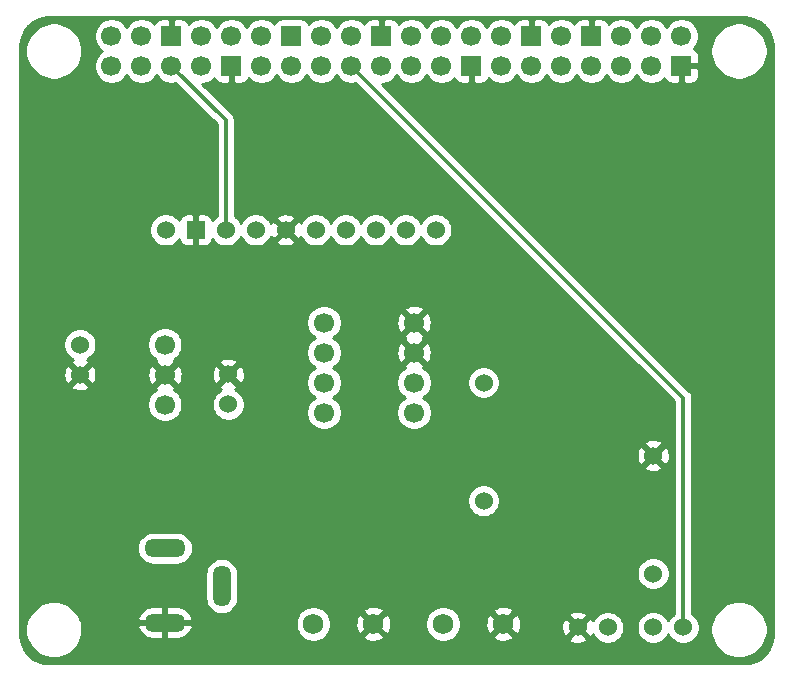
<source format=gbr>
%TF.GenerationSoftware,KiCad,Pcbnew,(5.1.6)-1*%
%TF.CreationDate,2020-10-24T11:46:20+02:00*%
%TF.ProjectId,DiaSense,44696153-656e-4736-952e-6b696361645f,rev?*%
%TF.SameCoordinates,Original*%
%TF.FileFunction,Copper,L2,Bot*%
%TF.FilePolarity,Positive*%
%FSLAX46Y46*%
G04 Gerber Fmt 4.6, Leading zero omitted, Abs format (unit mm)*
G04 Created by KiCad (PCBNEW (5.1.6)-1) date 2020-10-24 11:46:20*
%MOMM*%
%LPD*%
G01*
G04 APERTURE LIST*
%TA.AperFunction,ComponentPad*%
%ADD10C,1.750000*%
%TD*%
%TA.AperFunction,ComponentPad*%
%ADD11C,1.740000*%
%TD*%
%TA.AperFunction,ComponentPad*%
%ADD12C,1.524000*%
%TD*%
%TA.AperFunction,ComponentPad*%
%ADD13O,1.500000X3.500000*%
%TD*%
%TA.AperFunction,ComponentPad*%
%ADD14O,3.500000X1.500000*%
%TD*%
%TA.AperFunction,ComponentPad*%
%ADD15C,1.700000*%
%TD*%
%TA.AperFunction,ComponentPad*%
%ADD16R,1.700000X1.700000*%
%TD*%
%TA.AperFunction,ComponentPad*%
%ADD17R,1.524000X1.524000*%
%TD*%
%TA.AperFunction,Conductor*%
%ADD18C,0.300000*%
%TD*%
%TA.AperFunction,Conductor*%
%ADD19C,0.254000*%
%TD*%
G04 APERTURE END LIST*
D10*
%TO.P,T1,2*%
%TO.N,GND*%
X130540000Y-96000000D03*
D11*
%TO.P,T1,1*%
%TO.N,+5V*%
X125460000Y-96000000D03*
%TD*%
D10*
%TO.P,T2,2*%
%TO.N,GND*%
X141540000Y-96000000D03*
D11*
%TO.P,T2,1*%
%TO.N,+5V*%
X136460000Y-96000000D03*
%TD*%
D12*
%TO.P,R1,2*%
%TO.N,GND*%
X154230000Y-81750000D03*
%TO.P,R1,1*%
%TO.N,Net-(D1-Pad1)*%
X154230000Y-91750000D03*
%TD*%
%TO.P,D1,1*%
%TO.N,Net-(D1-Pad1)*%
X154230000Y-96300000D03*
%TO.P,D1,2*%
%TO.N,+3V3*%
X156770000Y-96300000D03*
%TD*%
D13*
%TO.P,J1,3*%
%TO.N,N/C*%
X117700000Y-92800000D03*
D14*
%TO.P,J1,2*%
%TO.N,GND*%
X112900000Y-95900000D03*
%TO.P,J1,1*%
%TO.N,+12V*%
X112900000Y-89600000D03*
%TD*%
D12*
%TO.P,C2,2*%
%TO.N,+5V*%
X105700000Y-72355000D03*
%TO.P,C2,1*%
%TO.N,GND*%
X105700000Y-74895000D03*
%TD*%
%TO.P,C1,2*%
%TO.N,+12V*%
X118250000Y-77425000D03*
%TO.P,C1,1*%
%TO.N,GND*%
X118250000Y-74885000D03*
%TD*%
D15*
%TO.P,U4,40*%
%TO.N,Net-(U4-Pad40)*%
X156630000Y-46230000D03*
D16*
%TO.P,U4,39*%
%TO.N,GND*%
X156630000Y-48770000D03*
D15*
%TO.P,U4,38*%
%TO.N,Net-(U4-Pad38)*%
X154090000Y-46230000D03*
%TO.P,U4,37*%
%TO.N,Net-(U4-Pad37)*%
X154090000Y-48770000D03*
%TO.P,U4,36*%
%TO.N,Net-(U4-Pad36)*%
X151550000Y-46230000D03*
%TO.P,U4,35*%
%TO.N,Net-(U4-Pad35)*%
X151550000Y-48770000D03*
D16*
%TO.P,U4,34*%
%TO.N,GND*%
X149010000Y-46230000D03*
D15*
%TO.P,U4,33*%
%TO.N,Net-(U4-Pad33)*%
X149010000Y-48770000D03*
%TO.P,U4,32*%
%TO.N,Net-(U4-Pad32)*%
X146470000Y-46230000D03*
%TO.P,U4,31*%
%TO.N,Net-(U4-Pad31)*%
X146470000Y-48770000D03*
D16*
%TO.P,U4,30*%
%TO.N,GND*%
X143930000Y-46230000D03*
D15*
%TO.P,U4,29*%
%TO.N,Net-(U4-Pad29)*%
X143930000Y-48770000D03*
%TO.P,U4,28*%
%TO.N,Net-(U4-Pad28)*%
X141390000Y-46230000D03*
%TO.P,U4,27*%
%TO.N,Net-(U4-Pad27)*%
X141390000Y-48770000D03*
%TO.P,U4,26*%
%TO.N,Net-(U4-Pad26)*%
X138850000Y-46230000D03*
D16*
%TO.P,U4,25*%
%TO.N,GND*%
X138850000Y-48770000D03*
D15*
%TO.P,U4,24*%
%TO.N,Net-(U4-Pad24)*%
X136310000Y-46230000D03*
%TO.P,U4,23*%
%TO.N,Net-(U4-Pad23)*%
X136310000Y-48770000D03*
%TO.P,U4,22*%
%TO.N,Net-(U4-Pad22)*%
X133770000Y-46230000D03*
%TO.P,U4,21*%
%TO.N,Net-(U4-Pad21)*%
X133770000Y-48770000D03*
D16*
%TO.P,U4,20*%
%TO.N,GND*%
X131230000Y-46230000D03*
D15*
%TO.P,U4,19*%
%TO.N,Net-(U4-Pad19)*%
X131230000Y-48770000D03*
%TO.P,U4,18*%
%TO.N,Net-(U4-Pad18)*%
X128690000Y-46230000D03*
%TO.P,U4,17*%
%TO.N,+3V3*%
X128690000Y-48770000D03*
%TO.P,U4,16*%
%TO.N,Net-(U4-Pad16)*%
X126150000Y-46230000D03*
%TO.P,U4,15*%
%TO.N,Net-(U4-Pad15)*%
X126150000Y-48770000D03*
D16*
%TO.P,U4,14*%
%TO.N,Net-(U4-Pad14)*%
X123610000Y-46230000D03*
D15*
%TO.P,U4,13*%
%TO.N,Net-(U4-Pad13)*%
X123610000Y-48770000D03*
%TO.P,U4,12*%
%TO.N,Net-(U4-Pad12)*%
X121070000Y-46230000D03*
%TO.P,U4,11*%
%TO.N,Net-(U4-Pad11)*%
X121070000Y-48770000D03*
%TO.P,U4,10*%
%TO.N,Net-(U4-Pad10)*%
X118530000Y-46230000D03*
D16*
%TO.P,U4,9*%
%TO.N,GND*%
X118530000Y-48770000D03*
D15*
%TO.P,U4,8*%
%TO.N,Net-(U4-Pad8)*%
X115990000Y-46230000D03*
%TO.P,U4,7*%
%TO.N,Net-(U4-Pad7)*%
X115990000Y-48770000D03*
D16*
%TO.P,U4,6*%
%TO.N,GND*%
X113450000Y-46230000D03*
D15*
%TO.P,U4,5*%
%TO.N,/SCL*%
X113450000Y-48770000D03*
%TO.P,U4,4*%
%TO.N,+5V*%
X110910000Y-46230000D03*
%TO.P,U4,3*%
%TO.N,/SDA*%
X110910000Y-48770000D03*
%TO.P,U4,2*%
%TO.N,+5V*%
X108370000Y-46230000D03*
%TO.P,U4,1*%
%TO.N,+3V3*%
X108370000Y-48770000D03*
%TD*%
D12*
%TO.P,U3,10*%
%TO.N,Net-(U3-Pad10)*%
X135830000Y-62650000D03*
%TO.P,U3,9*%
%TO.N,Net-(U3-Pad9)*%
X133290000Y-62650000D03*
%TO.P,U3,8*%
%TO.N,Net-(U3-Pad8)*%
X130750000Y-62650000D03*
%TO.P,U3,7*%
%TO.N,/Diode_out*%
X128210000Y-62650000D03*
%TO.P,U3,6*%
%TO.N,Net-(U3-Pad6)*%
X125670000Y-62650000D03*
%TO.P,U3,5*%
%TO.N,GND*%
X123130000Y-62650000D03*
%TO.P,U3,4*%
%TO.N,/SDA*%
X120590000Y-62650000D03*
%TO.P,U3,3*%
%TO.N,/SCL*%
X118050000Y-62650000D03*
D17*
%TO.P,U3,2*%
%TO.N,GND*%
X115510000Y-62650000D03*
D12*
%TO.P,U3,1*%
%TO.N,+5V*%
X112970000Y-62650000D03*
%TD*%
D15*
%TO.P,U2,8*%
%TO.N,+5V*%
X126365000Y-78110000D03*
%TO.P,U2,7*%
%TO.N,N/C*%
X126365000Y-75570000D03*
%TO.P,U2,6*%
X126365000Y-73030000D03*
%TO.P,U2,5*%
X126365000Y-70490000D03*
%TO.P,U2,4*%
%TO.N,GND*%
X133985000Y-70490000D03*
%TO.P,U2,3*%
X133985000Y-73030000D03*
%TO.P,U2,2*%
%TO.N,Net-(D2-Pad2)*%
X133985000Y-75570000D03*
%TO.P,U2,1*%
%TO.N,/Diode_out*%
X133985000Y-78110000D03*
%TD*%
%TO.P,U1,3*%
%TO.N,+5V*%
X112900000Y-72360000D03*
%TO.P,U1,2*%
%TO.N,GND*%
X112900000Y-74900000D03*
%TO.P,U1,1*%
%TO.N,+12V*%
X112900000Y-77440000D03*
%TD*%
D12*
%TO.P,R2,2*%
%TO.N,Net-(D2-Pad2)*%
X139875000Y-75575000D03*
%TO.P,R2,1*%
%TO.N,/Diode_out*%
X139875000Y-85575000D03*
%TD*%
%TO.P,D2,1*%
%TO.N,GND*%
X147855000Y-96300000D03*
%TO.P,D2,2*%
%TO.N,Net-(D2-Pad2)*%
X150395000Y-96300000D03*
%TD*%
D18*
%TO.N,/SCL*%
X118050000Y-53370000D02*
X113450000Y-48770000D01*
X118050000Y-62650000D02*
X118050000Y-53370000D01*
%TO.N,+3V3*%
X156770000Y-76850000D02*
X128690000Y-48770000D01*
X156770000Y-96300000D02*
X156770000Y-76850000D01*
%TD*%
D19*
%TO.N,GND*%
G36*
X162453893Y-44707670D02*
G01*
X162890498Y-44839489D01*
X163293185Y-45053600D01*
X163646612Y-45341848D01*
X163937327Y-45693261D01*
X164154242Y-46094439D01*
X164289106Y-46530113D01*
X164340001Y-47014353D01*
X164340000Y-96967721D01*
X164292330Y-97453894D01*
X164160512Y-97890497D01*
X163946399Y-98293186D01*
X163658150Y-98646613D01*
X163306739Y-98937327D01*
X162905564Y-99154240D01*
X162469886Y-99289106D01*
X161985664Y-99340000D01*
X103032279Y-99340000D01*
X102546106Y-99292330D01*
X102109503Y-99160512D01*
X101706814Y-98946399D01*
X101353387Y-98658150D01*
X101062673Y-98306739D01*
X100845760Y-97905564D01*
X100710894Y-97469886D01*
X100660000Y-96985664D01*
X100660000Y-96261818D01*
X101081701Y-96261818D01*
X101081701Y-96738182D01*
X101174635Y-97205392D01*
X101356931Y-97645494D01*
X101621585Y-98041576D01*
X101958424Y-98378415D01*
X102354506Y-98643069D01*
X102794608Y-98825365D01*
X103261818Y-98918299D01*
X103738182Y-98918299D01*
X104205392Y-98825365D01*
X104645494Y-98643069D01*
X105041576Y-98378415D01*
X105378415Y-98041576D01*
X105643069Y-97645494D01*
X105825365Y-97205392D01*
X105918299Y-96738182D01*
X105918299Y-96261818D01*
X105914195Y-96241185D01*
X110557682Y-96241185D01*
X110571827Y-96312684D01*
X110677858Y-96563868D01*
X110830855Y-96789540D01*
X111024939Y-96981028D01*
X111252651Y-97130972D01*
X111505240Y-97233611D01*
X111773000Y-97285000D01*
X112773000Y-97285000D01*
X112773000Y-96027000D01*
X113027000Y-96027000D01*
X113027000Y-97285000D01*
X114027000Y-97285000D01*
X114294760Y-97233611D01*
X114547349Y-97130972D01*
X114775061Y-96981028D01*
X114969145Y-96789540D01*
X115122142Y-96563868D01*
X115228173Y-96312684D01*
X115242318Y-96241185D01*
X115119656Y-96027000D01*
X113027000Y-96027000D01*
X112773000Y-96027000D01*
X110680344Y-96027000D01*
X110557682Y-96241185D01*
X105914195Y-96241185D01*
X105836736Y-95851770D01*
X123955000Y-95851770D01*
X123955000Y-96148230D01*
X124012836Y-96438992D01*
X124126286Y-96712885D01*
X124290990Y-96959382D01*
X124500618Y-97169010D01*
X124747115Y-97333714D01*
X125021008Y-97447164D01*
X125311770Y-97505000D01*
X125608230Y-97505000D01*
X125898992Y-97447164D01*
X126172885Y-97333714D01*
X126419382Y-97169010D01*
X126542152Y-97046240D01*
X129673365Y-97046240D01*
X129754025Y-97297868D01*
X130022329Y-97426267D01*
X130310526Y-97499855D01*
X130607543Y-97515804D01*
X130901963Y-97473501D01*
X131182474Y-97374572D01*
X131325975Y-97297868D01*
X131406635Y-97046240D01*
X130540000Y-96179605D01*
X129673365Y-97046240D01*
X126542152Y-97046240D01*
X126629010Y-96959382D01*
X126793714Y-96712885D01*
X126907164Y-96438992D01*
X126965000Y-96148230D01*
X126965000Y-96067543D01*
X129024196Y-96067543D01*
X129066499Y-96361963D01*
X129165428Y-96642474D01*
X129242132Y-96785975D01*
X129493760Y-96866635D01*
X130360395Y-96000000D01*
X130719605Y-96000000D01*
X131586240Y-96866635D01*
X131837868Y-96785975D01*
X131966267Y-96517671D01*
X132039855Y-96229474D01*
X132055804Y-95932457D01*
X132044211Y-95851770D01*
X134955000Y-95851770D01*
X134955000Y-96148230D01*
X135012836Y-96438992D01*
X135126286Y-96712885D01*
X135290990Y-96959382D01*
X135500618Y-97169010D01*
X135747115Y-97333714D01*
X136021008Y-97447164D01*
X136311770Y-97505000D01*
X136608230Y-97505000D01*
X136898992Y-97447164D01*
X137172885Y-97333714D01*
X137419382Y-97169010D01*
X137542152Y-97046240D01*
X140673365Y-97046240D01*
X140754025Y-97297868D01*
X141022329Y-97426267D01*
X141310526Y-97499855D01*
X141607543Y-97515804D01*
X141901963Y-97473501D01*
X142182474Y-97374572D01*
X142325975Y-97297868D01*
X142336329Y-97265565D01*
X147069040Y-97265565D01*
X147136020Y-97505656D01*
X147385048Y-97622756D01*
X147652135Y-97689023D01*
X147927017Y-97701910D01*
X148199133Y-97660922D01*
X148458023Y-97567636D01*
X148573980Y-97505656D01*
X148640960Y-97265565D01*
X147855000Y-96479605D01*
X147069040Y-97265565D01*
X142336329Y-97265565D01*
X142406635Y-97046240D01*
X141540000Y-96179605D01*
X140673365Y-97046240D01*
X137542152Y-97046240D01*
X137629010Y-96959382D01*
X137793714Y-96712885D01*
X137907164Y-96438992D01*
X137965000Y-96148230D01*
X137965000Y-96067543D01*
X140024196Y-96067543D01*
X140066499Y-96361963D01*
X140165428Y-96642474D01*
X140242132Y-96785975D01*
X140493760Y-96866635D01*
X141360395Y-96000000D01*
X141719605Y-96000000D01*
X142586240Y-96866635D01*
X142837868Y-96785975D01*
X142966267Y-96517671D01*
X143003458Y-96372017D01*
X146453090Y-96372017D01*
X146494078Y-96644133D01*
X146587364Y-96903023D01*
X146649344Y-97018980D01*
X146889435Y-97085960D01*
X147675395Y-96300000D01*
X148034605Y-96300000D01*
X148820565Y-97085960D01*
X149060656Y-97018980D01*
X149124485Y-96883240D01*
X149156995Y-96961727D01*
X149309880Y-97190535D01*
X149504465Y-97385120D01*
X149733273Y-97538005D01*
X149987510Y-97643314D01*
X150257408Y-97697000D01*
X150532592Y-97697000D01*
X150802490Y-97643314D01*
X151056727Y-97538005D01*
X151285535Y-97385120D01*
X151480120Y-97190535D01*
X151633005Y-96961727D01*
X151738314Y-96707490D01*
X151792000Y-96437592D01*
X151792000Y-96162408D01*
X151738314Y-95892510D01*
X151633005Y-95638273D01*
X151480120Y-95409465D01*
X151285535Y-95214880D01*
X151056727Y-95061995D01*
X150802490Y-94956686D01*
X150532592Y-94903000D01*
X150257408Y-94903000D01*
X149987510Y-94956686D01*
X149733273Y-95061995D01*
X149504465Y-95214880D01*
X149309880Y-95409465D01*
X149156995Y-95638273D01*
X149127308Y-95709943D01*
X149122636Y-95696977D01*
X149060656Y-95581020D01*
X148820565Y-95514040D01*
X148034605Y-96300000D01*
X147675395Y-96300000D01*
X146889435Y-95514040D01*
X146649344Y-95581020D01*
X146532244Y-95830048D01*
X146465977Y-96097135D01*
X146453090Y-96372017D01*
X143003458Y-96372017D01*
X143039855Y-96229474D01*
X143055804Y-95932457D01*
X143013501Y-95638037D01*
X142914572Y-95357526D01*
X142902230Y-95334435D01*
X147069040Y-95334435D01*
X147855000Y-96120395D01*
X148640960Y-95334435D01*
X148573980Y-95094344D01*
X148324952Y-94977244D01*
X148057865Y-94910977D01*
X147782983Y-94898090D01*
X147510867Y-94939078D01*
X147251977Y-95032364D01*
X147136020Y-95094344D01*
X147069040Y-95334435D01*
X142902230Y-95334435D01*
X142837868Y-95214025D01*
X142586240Y-95133365D01*
X141719605Y-96000000D01*
X141360395Y-96000000D01*
X140493760Y-95133365D01*
X140242132Y-95214025D01*
X140113733Y-95482329D01*
X140040145Y-95770526D01*
X140024196Y-96067543D01*
X137965000Y-96067543D01*
X137965000Y-95851770D01*
X137907164Y-95561008D01*
X137793714Y-95287115D01*
X137629010Y-95040618D01*
X137542152Y-94953760D01*
X140673365Y-94953760D01*
X141540000Y-95820395D01*
X142406635Y-94953760D01*
X142325975Y-94702132D01*
X142057671Y-94573733D01*
X141769474Y-94500145D01*
X141472457Y-94484196D01*
X141178037Y-94526499D01*
X140897526Y-94625428D01*
X140754025Y-94702132D01*
X140673365Y-94953760D01*
X137542152Y-94953760D01*
X137419382Y-94830990D01*
X137172885Y-94666286D01*
X136898992Y-94552836D01*
X136608230Y-94495000D01*
X136311770Y-94495000D01*
X136021008Y-94552836D01*
X135747115Y-94666286D01*
X135500618Y-94830990D01*
X135290990Y-95040618D01*
X135126286Y-95287115D01*
X135012836Y-95561008D01*
X134955000Y-95851770D01*
X132044211Y-95851770D01*
X132013501Y-95638037D01*
X131914572Y-95357526D01*
X131837868Y-95214025D01*
X131586240Y-95133365D01*
X130719605Y-96000000D01*
X130360395Y-96000000D01*
X129493760Y-95133365D01*
X129242132Y-95214025D01*
X129113733Y-95482329D01*
X129040145Y-95770526D01*
X129024196Y-96067543D01*
X126965000Y-96067543D01*
X126965000Y-95851770D01*
X126907164Y-95561008D01*
X126793714Y-95287115D01*
X126629010Y-95040618D01*
X126542152Y-94953760D01*
X129673365Y-94953760D01*
X130540000Y-95820395D01*
X131406635Y-94953760D01*
X131325975Y-94702132D01*
X131057671Y-94573733D01*
X130769474Y-94500145D01*
X130472457Y-94484196D01*
X130178037Y-94526499D01*
X129897526Y-94625428D01*
X129754025Y-94702132D01*
X129673365Y-94953760D01*
X126542152Y-94953760D01*
X126419382Y-94830990D01*
X126172885Y-94666286D01*
X125898992Y-94552836D01*
X125608230Y-94495000D01*
X125311770Y-94495000D01*
X125021008Y-94552836D01*
X124747115Y-94666286D01*
X124500618Y-94830990D01*
X124290990Y-95040618D01*
X124126286Y-95287115D01*
X124012836Y-95561008D01*
X123955000Y-95851770D01*
X105836736Y-95851770D01*
X105825365Y-95794608D01*
X105727697Y-95558815D01*
X110557682Y-95558815D01*
X110680344Y-95773000D01*
X112773000Y-95773000D01*
X112773000Y-94515000D01*
X113027000Y-94515000D01*
X113027000Y-95773000D01*
X115119656Y-95773000D01*
X115242318Y-95558815D01*
X115228173Y-95487316D01*
X115122142Y-95236132D01*
X114969145Y-95010460D01*
X114775061Y-94818972D01*
X114547349Y-94669028D01*
X114294760Y-94566389D01*
X114027000Y-94515000D01*
X113027000Y-94515000D01*
X112773000Y-94515000D01*
X111773000Y-94515000D01*
X111505240Y-94566389D01*
X111252651Y-94669028D01*
X111024939Y-94818972D01*
X110830855Y-95010460D01*
X110677858Y-95236132D01*
X110571827Y-95487316D01*
X110557682Y-95558815D01*
X105727697Y-95558815D01*
X105643069Y-95354506D01*
X105378415Y-94958424D01*
X105041576Y-94621585D01*
X104645494Y-94356931D01*
X104205392Y-94174635D01*
X103738182Y-94081701D01*
X103261818Y-94081701D01*
X102794608Y-94174635D01*
X102354506Y-94356931D01*
X101958424Y-94621585D01*
X101621585Y-94958424D01*
X101356931Y-95354506D01*
X101174635Y-95794608D01*
X101081701Y-96261818D01*
X100660000Y-96261818D01*
X100660000Y-93868036D01*
X116315000Y-93868036D01*
X116335040Y-94071506D01*
X116414236Y-94332580D01*
X116542843Y-94573187D01*
X116715919Y-94784080D01*
X116926812Y-94957157D01*
X117167419Y-95085764D01*
X117428493Y-95164960D01*
X117700000Y-95191701D01*
X117971506Y-95164960D01*
X118232580Y-95085764D01*
X118473187Y-94957157D01*
X118684080Y-94784081D01*
X118857157Y-94573188D01*
X118985764Y-94332581D01*
X119064960Y-94071507D01*
X119085000Y-93868037D01*
X119085000Y-91731963D01*
X119073225Y-91612408D01*
X152833000Y-91612408D01*
X152833000Y-91887592D01*
X152886686Y-92157490D01*
X152991995Y-92411727D01*
X153144880Y-92640535D01*
X153339465Y-92835120D01*
X153568273Y-92988005D01*
X153822510Y-93093314D01*
X154092408Y-93147000D01*
X154367592Y-93147000D01*
X154637490Y-93093314D01*
X154891727Y-92988005D01*
X155120535Y-92835120D01*
X155315120Y-92640535D01*
X155468005Y-92411727D01*
X155573314Y-92157490D01*
X155627000Y-91887592D01*
X155627000Y-91612408D01*
X155573314Y-91342510D01*
X155468005Y-91088273D01*
X155315120Y-90859465D01*
X155120535Y-90664880D01*
X154891727Y-90511995D01*
X154637490Y-90406686D01*
X154367592Y-90353000D01*
X154092408Y-90353000D01*
X153822510Y-90406686D01*
X153568273Y-90511995D01*
X153339465Y-90664880D01*
X153144880Y-90859465D01*
X152991995Y-91088273D01*
X152886686Y-91342510D01*
X152833000Y-91612408D01*
X119073225Y-91612408D01*
X119064960Y-91528493D01*
X118985764Y-91267419D01*
X118857157Y-91026812D01*
X118684081Y-90815919D01*
X118473188Y-90642843D01*
X118232581Y-90514236D01*
X117971507Y-90435040D01*
X117700000Y-90408299D01*
X117428494Y-90435040D01*
X117167420Y-90514236D01*
X116926813Y-90642843D01*
X116715920Y-90815919D01*
X116542844Y-91026812D01*
X116414237Y-91267419D01*
X116335041Y-91528493D01*
X116315001Y-91731963D01*
X116315000Y-93868036D01*
X100660000Y-93868036D01*
X100660000Y-89600000D01*
X110508299Y-89600000D01*
X110535040Y-89871507D01*
X110614236Y-90132581D01*
X110742843Y-90373188D01*
X110915919Y-90584081D01*
X111126812Y-90757157D01*
X111367419Y-90885764D01*
X111628493Y-90964960D01*
X111831963Y-90985000D01*
X113968037Y-90985000D01*
X114171507Y-90964960D01*
X114432581Y-90885764D01*
X114673188Y-90757157D01*
X114884081Y-90584081D01*
X115057157Y-90373188D01*
X115185764Y-90132581D01*
X115264960Y-89871507D01*
X115291701Y-89600000D01*
X115264960Y-89328493D01*
X115185764Y-89067419D01*
X115057157Y-88826812D01*
X114884081Y-88615919D01*
X114673188Y-88442843D01*
X114432581Y-88314236D01*
X114171507Y-88235040D01*
X113968037Y-88215000D01*
X111831963Y-88215000D01*
X111628493Y-88235040D01*
X111367419Y-88314236D01*
X111126812Y-88442843D01*
X110915919Y-88615919D01*
X110742843Y-88826812D01*
X110614236Y-89067419D01*
X110535040Y-89328493D01*
X110508299Y-89600000D01*
X100660000Y-89600000D01*
X100660000Y-85437408D01*
X138478000Y-85437408D01*
X138478000Y-85712592D01*
X138531686Y-85982490D01*
X138636995Y-86236727D01*
X138789880Y-86465535D01*
X138984465Y-86660120D01*
X139213273Y-86813005D01*
X139467510Y-86918314D01*
X139737408Y-86972000D01*
X140012592Y-86972000D01*
X140282490Y-86918314D01*
X140536727Y-86813005D01*
X140765535Y-86660120D01*
X140960120Y-86465535D01*
X141113005Y-86236727D01*
X141218314Y-85982490D01*
X141272000Y-85712592D01*
X141272000Y-85437408D01*
X141218314Y-85167510D01*
X141113005Y-84913273D01*
X140960120Y-84684465D01*
X140765535Y-84489880D01*
X140536727Y-84336995D01*
X140282490Y-84231686D01*
X140012592Y-84178000D01*
X139737408Y-84178000D01*
X139467510Y-84231686D01*
X139213273Y-84336995D01*
X138984465Y-84489880D01*
X138789880Y-84684465D01*
X138636995Y-84913273D01*
X138531686Y-85167510D01*
X138478000Y-85437408D01*
X100660000Y-85437408D01*
X100660000Y-82715565D01*
X153444040Y-82715565D01*
X153511020Y-82955656D01*
X153760048Y-83072756D01*
X154027135Y-83139023D01*
X154302017Y-83151910D01*
X154574133Y-83110922D01*
X154833023Y-83017636D01*
X154948980Y-82955656D01*
X155015960Y-82715565D01*
X154230000Y-81929605D01*
X153444040Y-82715565D01*
X100660000Y-82715565D01*
X100660000Y-81822017D01*
X152828090Y-81822017D01*
X152869078Y-82094133D01*
X152962364Y-82353023D01*
X153024344Y-82468980D01*
X153264435Y-82535960D01*
X154050395Y-81750000D01*
X154409605Y-81750000D01*
X155195565Y-82535960D01*
X155435656Y-82468980D01*
X155552756Y-82219952D01*
X155619023Y-81952865D01*
X155631910Y-81677983D01*
X155590922Y-81405867D01*
X155497636Y-81146977D01*
X155435656Y-81031020D01*
X155195565Y-80964040D01*
X154409605Y-81750000D01*
X154050395Y-81750000D01*
X153264435Y-80964040D01*
X153024344Y-81031020D01*
X152907244Y-81280048D01*
X152840977Y-81547135D01*
X152828090Y-81822017D01*
X100660000Y-81822017D01*
X100660000Y-80784435D01*
X153444040Y-80784435D01*
X154230000Y-81570395D01*
X155015960Y-80784435D01*
X154948980Y-80544344D01*
X154699952Y-80427244D01*
X154432865Y-80360977D01*
X154157983Y-80348090D01*
X153885867Y-80389078D01*
X153626977Y-80482364D01*
X153511020Y-80544344D01*
X153444040Y-80784435D01*
X100660000Y-80784435D01*
X100660000Y-77293740D01*
X111415000Y-77293740D01*
X111415000Y-77586260D01*
X111472068Y-77873158D01*
X111584010Y-78143411D01*
X111746525Y-78386632D01*
X111953368Y-78593475D01*
X112196589Y-78755990D01*
X112466842Y-78867932D01*
X112753740Y-78925000D01*
X113046260Y-78925000D01*
X113333158Y-78867932D01*
X113603411Y-78755990D01*
X113846632Y-78593475D01*
X114053475Y-78386632D01*
X114215990Y-78143411D01*
X114327932Y-77873158D01*
X114385000Y-77586260D01*
X114385000Y-77293740D01*
X114383741Y-77287408D01*
X116853000Y-77287408D01*
X116853000Y-77562592D01*
X116906686Y-77832490D01*
X117011995Y-78086727D01*
X117164880Y-78315535D01*
X117359465Y-78510120D01*
X117588273Y-78663005D01*
X117842510Y-78768314D01*
X118112408Y-78822000D01*
X118387592Y-78822000D01*
X118657490Y-78768314D01*
X118911727Y-78663005D01*
X119140535Y-78510120D01*
X119335120Y-78315535D01*
X119488005Y-78086727D01*
X119593314Y-77832490D01*
X119647000Y-77562592D01*
X119647000Y-77287408D01*
X119593314Y-77017510D01*
X119488005Y-76763273D01*
X119335120Y-76534465D01*
X119140535Y-76339880D01*
X118911727Y-76186995D01*
X118840057Y-76157308D01*
X118853023Y-76152636D01*
X118968980Y-76090656D01*
X119035960Y-75850565D01*
X118250000Y-75064605D01*
X117464040Y-75850565D01*
X117531020Y-76090656D01*
X117666760Y-76154485D01*
X117588273Y-76186995D01*
X117359465Y-76339880D01*
X117164880Y-76534465D01*
X117011995Y-76763273D01*
X116906686Y-77017510D01*
X116853000Y-77287408D01*
X114383741Y-77287408D01*
X114327932Y-77006842D01*
X114215990Y-76736589D01*
X114053475Y-76493368D01*
X113846632Y-76286525D01*
X113673271Y-76170689D01*
X113748792Y-75928397D01*
X112900000Y-75079605D01*
X112051208Y-75928397D01*
X112126729Y-76170689D01*
X111953368Y-76286525D01*
X111746525Y-76493368D01*
X111584010Y-76736589D01*
X111472068Y-77006842D01*
X111415000Y-77293740D01*
X100660000Y-77293740D01*
X100660000Y-75860565D01*
X104914040Y-75860565D01*
X104981020Y-76100656D01*
X105230048Y-76217756D01*
X105497135Y-76284023D01*
X105772017Y-76296910D01*
X106044133Y-76255922D01*
X106303023Y-76162636D01*
X106418980Y-76100656D01*
X106485960Y-75860565D01*
X105700000Y-75074605D01*
X104914040Y-75860565D01*
X100660000Y-75860565D01*
X100660000Y-74967017D01*
X104298090Y-74967017D01*
X104339078Y-75239133D01*
X104432364Y-75498023D01*
X104494344Y-75613980D01*
X104734435Y-75680960D01*
X105520395Y-74895000D01*
X105879605Y-74895000D01*
X106665565Y-75680960D01*
X106905656Y-75613980D01*
X107022756Y-75364952D01*
X107089023Y-75097865D01*
X107095086Y-74968531D01*
X111409389Y-74968531D01*
X111451401Y-75258019D01*
X111549081Y-75533747D01*
X111622528Y-75671157D01*
X111871603Y-75748792D01*
X112720395Y-74900000D01*
X113079605Y-74900000D01*
X113928397Y-75748792D01*
X114177472Y-75671157D01*
X114303371Y-75407117D01*
X114375339Y-75123589D01*
X114384047Y-74957017D01*
X116848090Y-74957017D01*
X116889078Y-75229133D01*
X116982364Y-75488023D01*
X117044344Y-75603980D01*
X117284435Y-75670960D01*
X118070395Y-74885000D01*
X118429605Y-74885000D01*
X119215565Y-75670960D01*
X119455656Y-75603980D01*
X119572756Y-75354952D01*
X119639023Y-75087865D01*
X119651910Y-74812983D01*
X119610922Y-74540867D01*
X119517636Y-74281977D01*
X119455656Y-74166020D01*
X119215565Y-74099040D01*
X118429605Y-74885000D01*
X118070395Y-74885000D01*
X117284435Y-74099040D01*
X117044344Y-74166020D01*
X116927244Y-74415048D01*
X116860977Y-74682135D01*
X116848090Y-74957017D01*
X114384047Y-74957017D01*
X114390611Y-74831469D01*
X114348599Y-74541981D01*
X114250919Y-74266253D01*
X114177472Y-74128843D01*
X113928397Y-74051208D01*
X113079605Y-74900000D01*
X112720395Y-74900000D01*
X111871603Y-74051208D01*
X111622528Y-74128843D01*
X111496629Y-74392883D01*
X111424661Y-74676411D01*
X111409389Y-74968531D01*
X107095086Y-74968531D01*
X107101910Y-74822983D01*
X107060922Y-74550867D01*
X106967636Y-74291977D01*
X106905656Y-74176020D01*
X106665565Y-74109040D01*
X105879605Y-74895000D01*
X105520395Y-74895000D01*
X104734435Y-74109040D01*
X104494344Y-74176020D01*
X104377244Y-74425048D01*
X104310977Y-74692135D01*
X104298090Y-74967017D01*
X100660000Y-74967017D01*
X100660000Y-72217408D01*
X104303000Y-72217408D01*
X104303000Y-72492592D01*
X104356686Y-72762490D01*
X104461995Y-73016727D01*
X104614880Y-73245535D01*
X104809465Y-73440120D01*
X105038273Y-73593005D01*
X105109943Y-73622692D01*
X105096977Y-73627364D01*
X104981020Y-73689344D01*
X104914040Y-73929435D01*
X105700000Y-74715395D01*
X106485960Y-73929435D01*
X106418980Y-73689344D01*
X106283240Y-73625515D01*
X106361727Y-73593005D01*
X106590535Y-73440120D01*
X106785120Y-73245535D01*
X106938005Y-73016727D01*
X107043314Y-72762490D01*
X107097000Y-72492592D01*
X107097000Y-72217408D01*
X107096271Y-72213740D01*
X111415000Y-72213740D01*
X111415000Y-72506260D01*
X111472068Y-72793158D01*
X111584010Y-73063411D01*
X111746525Y-73306632D01*
X111953368Y-73513475D01*
X112126729Y-73629311D01*
X112051208Y-73871603D01*
X112900000Y-74720395D01*
X113700960Y-73919435D01*
X117464040Y-73919435D01*
X118250000Y-74705395D01*
X119035960Y-73919435D01*
X118968980Y-73679344D01*
X118719952Y-73562244D01*
X118452865Y-73495977D01*
X118177983Y-73483090D01*
X117905867Y-73524078D01*
X117646977Y-73617364D01*
X117531020Y-73679344D01*
X117464040Y-73919435D01*
X113700960Y-73919435D01*
X113748792Y-73871603D01*
X113673271Y-73629311D01*
X113846632Y-73513475D01*
X114053475Y-73306632D01*
X114215990Y-73063411D01*
X114327932Y-72793158D01*
X114385000Y-72506260D01*
X114385000Y-72213740D01*
X114327932Y-71926842D01*
X114215990Y-71656589D01*
X114053475Y-71413368D01*
X113846632Y-71206525D01*
X113603411Y-71044010D01*
X113333158Y-70932068D01*
X113046260Y-70875000D01*
X112753740Y-70875000D01*
X112466842Y-70932068D01*
X112196589Y-71044010D01*
X111953368Y-71206525D01*
X111746525Y-71413368D01*
X111584010Y-71656589D01*
X111472068Y-71926842D01*
X111415000Y-72213740D01*
X107096271Y-72213740D01*
X107043314Y-71947510D01*
X106938005Y-71693273D01*
X106785120Y-71464465D01*
X106590535Y-71269880D01*
X106361727Y-71116995D01*
X106107490Y-71011686D01*
X105837592Y-70958000D01*
X105562408Y-70958000D01*
X105292510Y-71011686D01*
X105038273Y-71116995D01*
X104809465Y-71269880D01*
X104614880Y-71464465D01*
X104461995Y-71693273D01*
X104356686Y-71947510D01*
X104303000Y-72217408D01*
X100660000Y-72217408D01*
X100660000Y-70343740D01*
X124880000Y-70343740D01*
X124880000Y-70636260D01*
X124937068Y-70923158D01*
X125049010Y-71193411D01*
X125211525Y-71436632D01*
X125418368Y-71643475D01*
X125592760Y-71760000D01*
X125418368Y-71876525D01*
X125211525Y-72083368D01*
X125049010Y-72326589D01*
X124937068Y-72596842D01*
X124880000Y-72883740D01*
X124880000Y-73176260D01*
X124937068Y-73463158D01*
X125049010Y-73733411D01*
X125211525Y-73976632D01*
X125418368Y-74183475D01*
X125592760Y-74300000D01*
X125418368Y-74416525D01*
X125211525Y-74623368D01*
X125049010Y-74866589D01*
X124937068Y-75136842D01*
X124880000Y-75423740D01*
X124880000Y-75716260D01*
X124937068Y-76003158D01*
X125049010Y-76273411D01*
X125211525Y-76516632D01*
X125418368Y-76723475D01*
X125592760Y-76840000D01*
X125418368Y-76956525D01*
X125211525Y-77163368D01*
X125049010Y-77406589D01*
X124937068Y-77676842D01*
X124880000Y-77963740D01*
X124880000Y-78256260D01*
X124937068Y-78543158D01*
X125049010Y-78813411D01*
X125211525Y-79056632D01*
X125418368Y-79263475D01*
X125661589Y-79425990D01*
X125931842Y-79537932D01*
X126218740Y-79595000D01*
X126511260Y-79595000D01*
X126798158Y-79537932D01*
X127068411Y-79425990D01*
X127311632Y-79263475D01*
X127518475Y-79056632D01*
X127680990Y-78813411D01*
X127792932Y-78543158D01*
X127850000Y-78256260D01*
X127850000Y-77963740D01*
X127792932Y-77676842D01*
X127680990Y-77406589D01*
X127518475Y-77163368D01*
X127311632Y-76956525D01*
X127137240Y-76840000D01*
X127311632Y-76723475D01*
X127518475Y-76516632D01*
X127680990Y-76273411D01*
X127792932Y-76003158D01*
X127850000Y-75716260D01*
X127850000Y-75423740D01*
X132500000Y-75423740D01*
X132500000Y-75716260D01*
X132557068Y-76003158D01*
X132669010Y-76273411D01*
X132831525Y-76516632D01*
X133038368Y-76723475D01*
X133212760Y-76840000D01*
X133038368Y-76956525D01*
X132831525Y-77163368D01*
X132669010Y-77406589D01*
X132557068Y-77676842D01*
X132500000Y-77963740D01*
X132500000Y-78256260D01*
X132557068Y-78543158D01*
X132669010Y-78813411D01*
X132831525Y-79056632D01*
X133038368Y-79263475D01*
X133281589Y-79425990D01*
X133551842Y-79537932D01*
X133838740Y-79595000D01*
X134131260Y-79595000D01*
X134418158Y-79537932D01*
X134688411Y-79425990D01*
X134931632Y-79263475D01*
X135138475Y-79056632D01*
X135300990Y-78813411D01*
X135412932Y-78543158D01*
X135470000Y-78256260D01*
X135470000Y-77963740D01*
X135412932Y-77676842D01*
X135300990Y-77406589D01*
X135138475Y-77163368D01*
X134931632Y-76956525D01*
X134757240Y-76840000D01*
X134931632Y-76723475D01*
X135138475Y-76516632D01*
X135300990Y-76273411D01*
X135412932Y-76003158D01*
X135470000Y-75716260D01*
X135470000Y-75437408D01*
X138478000Y-75437408D01*
X138478000Y-75712592D01*
X138531686Y-75982490D01*
X138636995Y-76236727D01*
X138789880Y-76465535D01*
X138984465Y-76660120D01*
X139213273Y-76813005D01*
X139467510Y-76918314D01*
X139737408Y-76972000D01*
X140012592Y-76972000D01*
X140282490Y-76918314D01*
X140536727Y-76813005D01*
X140765535Y-76660120D01*
X140960120Y-76465535D01*
X141113005Y-76236727D01*
X141218314Y-75982490D01*
X141272000Y-75712592D01*
X141272000Y-75437408D01*
X141218314Y-75167510D01*
X141113005Y-74913273D01*
X140960120Y-74684465D01*
X140765535Y-74489880D01*
X140536727Y-74336995D01*
X140282490Y-74231686D01*
X140012592Y-74178000D01*
X139737408Y-74178000D01*
X139467510Y-74231686D01*
X139213273Y-74336995D01*
X138984465Y-74489880D01*
X138789880Y-74684465D01*
X138636995Y-74913273D01*
X138531686Y-75167510D01*
X138478000Y-75437408D01*
X135470000Y-75437408D01*
X135470000Y-75423740D01*
X135412932Y-75136842D01*
X135300990Y-74866589D01*
X135138475Y-74623368D01*
X134931632Y-74416525D01*
X134758271Y-74300689D01*
X134833792Y-74058397D01*
X133985000Y-73209605D01*
X133136208Y-74058397D01*
X133211729Y-74300689D01*
X133038368Y-74416525D01*
X132831525Y-74623368D01*
X132669010Y-74866589D01*
X132557068Y-75136842D01*
X132500000Y-75423740D01*
X127850000Y-75423740D01*
X127792932Y-75136842D01*
X127680990Y-74866589D01*
X127518475Y-74623368D01*
X127311632Y-74416525D01*
X127137240Y-74300000D01*
X127311632Y-74183475D01*
X127518475Y-73976632D01*
X127680990Y-73733411D01*
X127792932Y-73463158D01*
X127850000Y-73176260D01*
X127850000Y-73098531D01*
X132494389Y-73098531D01*
X132536401Y-73388019D01*
X132634081Y-73663747D01*
X132707528Y-73801157D01*
X132956603Y-73878792D01*
X133805395Y-73030000D01*
X134164605Y-73030000D01*
X135013397Y-73878792D01*
X135262472Y-73801157D01*
X135388371Y-73537117D01*
X135460339Y-73253589D01*
X135475611Y-72961469D01*
X135433599Y-72671981D01*
X135335919Y-72396253D01*
X135262472Y-72258843D01*
X135013397Y-72181208D01*
X134164605Y-73030000D01*
X133805395Y-73030000D01*
X132956603Y-72181208D01*
X132707528Y-72258843D01*
X132581629Y-72522883D01*
X132509661Y-72806411D01*
X132494389Y-73098531D01*
X127850000Y-73098531D01*
X127850000Y-72883740D01*
X127792932Y-72596842D01*
X127680990Y-72326589D01*
X127518475Y-72083368D01*
X127311632Y-71876525D01*
X127137240Y-71760000D01*
X127311632Y-71643475D01*
X127436710Y-71518397D01*
X133136208Y-71518397D01*
X133211514Y-71760000D01*
X133136208Y-72001603D01*
X133985000Y-72850395D01*
X134833792Y-72001603D01*
X134758486Y-71760000D01*
X134833792Y-71518397D01*
X133985000Y-70669605D01*
X133136208Y-71518397D01*
X127436710Y-71518397D01*
X127518475Y-71436632D01*
X127680990Y-71193411D01*
X127792932Y-70923158D01*
X127850000Y-70636260D01*
X127850000Y-70558531D01*
X132494389Y-70558531D01*
X132536401Y-70848019D01*
X132634081Y-71123747D01*
X132707528Y-71261157D01*
X132956603Y-71338792D01*
X133805395Y-70490000D01*
X134164605Y-70490000D01*
X135013397Y-71338792D01*
X135262472Y-71261157D01*
X135388371Y-70997117D01*
X135460339Y-70713589D01*
X135475611Y-70421469D01*
X135433599Y-70131981D01*
X135335919Y-69856253D01*
X135262472Y-69718843D01*
X135013397Y-69641208D01*
X134164605Y-70490000D01*
X133805395Y-70490000D01*
X132956603Y-69641208D01*
X132707528Y-69718843D01*
X132581629Y-69982883D01*
X132509661Y-70266411D01*
X132494389Y-70558531D01*
X127850000Y-70558531D01*
X127850000Y-70343740D01*
X127792932Y-70056842D01*
X127680990Y-69786589D01*
X127518475Y-69543368D01*
X127436710Y-69461603D01*
X133136208Y-69461603D01*
X133985000Y-70310395D01*
X134833792Y-69461603D01*
X134756157Y-69212528D01*
X134492117Y-69086629D01*
X134208589Y-69014661D01*
X133916469Y-68999389D01*
X133626981Y-69041401D01*
X133351253Y-69139081D01*
X133213843Y-69212528D01*
X133136208Y-69461603D01*
X127436710Y-69461603D01*
X127311632Y-69336525D01*
X127068411Y-69174010D01*
X126798158Y-69062068D01*
X126511260Y-69005000D01*
X126218740Y-69005000D01*
X125931842Y-69062068D01*
X125661589Y-69174010D01*
X125418368Y-69336525D01*
X125211525Y-69543368D01*
X125049010Y-69786589D01*
X124937068Y-70056842D01*
X124880000Y-70343740D01*
X100660000Y-70343740D01*
X100660000Y-62512408D01*
X111573000Y-62512408D01*
X111573000Y-62787592D01*
X111626686Y-63057490D01*
X111731995Y-63311727D01*
X111884880Y-63540535D01*
X112079465Y-63735120D01*
X112308273Y-63888005D01*
X112562510Y-63993314D01*
X112832408Y-64047000D01*
X113107592Y-64047000D01*
X113377490Y-63993314D01*
X113631727Y-63888005D01*
X113860535Y-63735120D01*
X114055120Y-63540535D01*
X114113920Y-63452535D01*
X114122188Y-63536482D01*
X114158498Y-63656180D01*
X114217463Y-63766494D01*
X114296815Y-63863185D01*
X114393506Y-63942537D01*
X114503820Y-64001502D01*
X114623518Y-64037812D01*
X114748000Y-64050072D01*
X115224250Y-64047000D01*
X115383000Y-63888250D01*
X115383000Y-62777000D01*
X115363000Y-62777000D01*
X115363000Y-62523000D01*
X115383000Y-62523000D01*
X115383000Y-61411750D01*
X115224250Y-61253000D01*
X114748000Y-61249928D01*
X114623518Y-61262188D01*
X114503820Y-61298498D01*
X114393506Y-61357463D01*
X114296815Y-61436815D01*
X114217463Y-61533506D01*
X114158498Y-61643820D01*
X114122188Y-61763518D01*
X114113920Y-61847465D01*
X114055120Y-61759465D01*
X113860535Y-61564880D01*
X113631727Y-61411995D01*
X113377490Y-61306686D01*
X113107592Y-61253000D01*
X112832408Y-61253000D01*
X112562510Y-61306686D01*
X112308273Y-61411995D01*
X112079465Y-61564880D01*
X111884880Y-61759465D01*
X111731995Y-61988273D01*
X111626686Y-62242510D01*
X111573000Y-62512408D01*
X100660000Y-62512408D01*
X100660000Y-47261818D01*
X101081701Y-47261818D01*
X101081701Y-47738182D01*
X101174635Y-48205392D01*
X101356931Y-48645494D01*
X101621585Y-49041576D01*
X101958424Y-49378415D01*
X102354506Y-49643069D01*
X102794608Y-49825365D01*
X103261818Y-49918299D01*
X103738182Y-49918299D01*
X104205392Y-49825365D01*
X104645494Y-49643069D01*
X105041576Y-49378415D01*
X105378415Y-49041576D01*
X105643069Y-48645494D01*
X105825365Y-48205392D01*
X105918299Y-47738182D01*
X105918299Y-47261818D01*
X105825365Y-46794608D01*
X105643069Y-46354506D01*
X105462149Y-46083740D01*
X106885000Y-46083740D01*
X106885000Y-46376260D01*
X106942068Y-46663158D01*
X107054010Y-46933411D01*
X107216525Y-47176632D01*
X107423368Y-47383475D01*
X107597760Y-47500000D01*
X107423368Y-47616525D01*
X107216525Y-47823368D01*
X107054010Y-48066589D01*
X106942068Y-48336842D01*
X106885000Y-48623740D01*
X106885000Y-48916260D01*
X106942068Y-49203158D01*
X107054010Y-49473411D01*
X107216525Y-49716632D01*
X107423368Y-49923475D01*
X107666589Y-50085990D01*
X107936842Y-50197932D01*
X108223740Y-50255000D01*
X108516260Y-50255000D01*
X108803158Y-50197932D01*
X109073411Y-50085990D01*
X109316632Y-49923475D01*
X109523475Y-49716632D01*
X109640000Y-49542240D01*
X109756525Y-49716632D01*
X109963368Y-49923475D01*
X110206589Y-50085990D01*
X110476842Y-50197932D01*
X110763740Y-50255000D01*
X111056260Y-50255000D01*
X111343158Y-50197932D01*
X111613411Y-50085990D01*
X111856632Y-49923475D01*
X112063475Y-49716632D01*
X112180000Y-49542240D01*
X112296525Y-49716632D01*
X112503368Y-49923475D01*
X112746589Y-50085990D01*
X113016842Y-50197932D01*
X113303740Y-50255000D01*
X113596260Y-50255000D01*
X113786918Y-50217075D01*
X117265001Y-53695159D01*
X117265000Y-61494364D01*
X117159465Y-61564880D01*
X116964880Y-61759465D01*
X116906080Y-61847465D01*
X116897812Y-61763518D01*
X116861502Y-61643820D01*
X116802537Y-61533506D01*
X116723185Y-61436815D01*
X116626494Y-61357463D01*
X116516180Y-61298498D01*
X116396482Y-61262188D01*
X116272000Y-61249928D01*
X115795750Y-61253000D01*
X115637000Y-61411750D01*
X115637000Y-62523000D01*
X115657000Y-62523000D01*
X115657000Y-62777000D01*
X115637000Y-62777000D01*
X115637000Y-63888250D01*
X115795750Y-64047000D01*
X116272000Y-64050072D01*
X116396482Y-64037812D01*
X116516180Y-64001502D01*
X116626494Y-63942537D01*
X116723185Y-63863185D01*
X116802537Y-63766494D01*
X116861502Y-63656180D01*
X116897812Y-63536482D01*
X116906080Y-63452535D01*
X116964880Y-63540535D01*
X117159465Y-63735120D01*
X117388273Y-63888005D01*
X117642510Y-63993314D01*
X117912408Y-64047000D01*
X118187592Y-64047000D01*
X118457490Y-63993314D01*
X118711727Y-63888005D01*
X118940535Y-63735120D01*
X119135120Y-63540535D01*
X119288005Y-63311727D01*
X119320000Y-63234485D01*
X119351995Y-63311727D01*
X119504880Y-63540535D01*
X119699465Y-63735120D01*
X119928273Y-63888005D01*
X120182510Y-63993314D01*
X120452408Y-64047000D01*
X120727592Y-64047000D01*
X120997490Y-63993314D01*
X121251727Y-63888005D01*
X121480535Y-63735120D01*
X121600090Y-63615565D01*
X122344040Y-63615565D01*
X122411020Y-63855656D01*
X122660048Y-63972756D01*
X122927135Y-64039023D01*
X123202017Y-64051910D01*
X123474133Y-64010922D01*
X123733023Y-63917636D01*
X123848980Y-63855656D01*
X123915960Y-63615565D01*
X123130000Y-62829605D01*
X122344040Y-63615565D01*
X121600090Y-63615565D01*
X121675120Y-63540535D01*
X121828005Y-63311727D01*
X121857692Y-63240057D01*
X121862364Y-63253023D01*
X121924344Y-63368980D01*
X122164435Y-63435960D01*
X122950395Y-62650000D01*
X123309605Y-62650000D01*
X124095565Y-63435960D01*
X124335656Y-63368980D01*
X124399485Y-63233240D01*
X124431995Y-63311727D01*
X124584880Y-63540535D01*
X124779465Y-63735120D01*
X125008273Y-63888005D01*
X125262510Y-63993314D01*
X125532408Y-64047000D01*
X125807592Y-64047000D01*
X126077490Y-63993314D01*
X126331727Y-63888005D01*
X126560535Y-63735120D01*
X126755120Y-63540535D01*
X126908005Y-63311727D01*
X126940000Y-63234485D01*
X126971995Y-63311727D01*
X127124880Y-63540535D01*
X127319465Y-63735120D01*
X127548273Y-63888005D01*
X127802510Y-63993314D01*
X128072408Y-64047000D01*
X128347592Y-64047000D01*
X128617490Y-63993314D01*
X128871727Y-63888005D01*
X129100535Y-63735120D01*
X129295120Y-63540535D01*
X129448005Y-63311727D01*
X129480000Y-63234485D01*
X129511995Y-63311727D01*
X129664880Y-63540535D01*
X129859465Y-63735120D01*
X130088273Y-63888005D01*
X130342510Y-63993314D01*
X130612408Y-64047000D01*
X130887592Y-64047000D01*
X131157490Y-63993314D01*
X131411727Y-63888005D01*
X131640535Y-63735120D01*
X131835120Y-63540535D01*
X131988005Y-63311727D01*
X132020000Y-63234485D01*
X132051995Y-63311727D01*
X132204880Y-63540535D01*
X132399465Y-63735120D01*
X132628273Y-63888005D01*
X132882510Y-63993314D01*
X133152408Y-64047000D01*
X133427592Y-64047000D01*
X133697490Y-63993314D01*
X133951727Y-63888005D01*
X134180535Y-63735120D01*
X134375120Y-63540535D01*
X134528005Y-63311727D01*
X134560000Y-63234485D01*
X134591995Y-63311727D01*
X134744880Y-63540535D01*
X134939465Y-63735120D01*
X135168273Y-63888005D01*
X135422510Y-63993314D01*
X135692408Y-64047000D01*
X135967592Y-64047000D01*
X136237490Y-63993314D01*
X136491727Y-63888005D01*
X136720535Y-63735120D01*
X136915120Y-63540535D01*
X137068005Y-63311727D01*
X137173314Y-63057490D01*
X137227000Y-62787592D01*
X137227000Y-62512408D01*
X137173314Y-62242510D01*
X137068005Y-61988273D01*
X136915120Y-61759465D01*
X136720535Y-61564880D01*
X136491727Y-61411995D01*
X136237490Y-61306686D01*
X135967592Y-61253000D01*
X135692408Y-61253000D01*
X135422510Y-61306686D01*
X135168273Y-61411995D01*
X134939465Y-61564880D01*
X134744880Y-61759465D01*
X134591995Y-61988273D01*
X134560000Y-62065515D01*
X134528005Y-61988273D01*
X134375120Y-61759465D01*
X134180535Y-61564880D01*
X133951727Y-61411995D01*
X133697490Y-61306686D01*
X133427592Y-61253000D01*
X133152408Y-61253000D01*
X132882510Y-61306686D01*
X132628273Y-61411995D01*
X132399465Y-61564880D01*
X132204880Y-61759465D01*
X132051995Y-61988273D01*
X132020000Y-62065515D01*
X131988005Y-61988273D01*
X131835120Y-61759465D01*
X131640535Y-61564880D01*
X131411727Y-61411995D01*
X131157490Y-61306686D01*
X130887592Y-61253000D01*
X130612408Y-61253000D01*
X130342510Y-61306686D01*
X130088273Y-61411995D01*
X129859465Y-61564880D01*
X129664880Y-61759465D01*
X129511995Y-61988273D01*
X129480000Y-62065515D01*
X129448005Y-61988273D01*
X129295120Y-61759465D01*
X129100535Y-61564880D01*
X128871727Y-61411995D01*
X128617490Y-61306686D01*
X128347592Y-61253000D01*
X128072408Y-61253000D01*
X127802510Y-61306686D01*
X127548273Y-61411995D01*
X127319465Y-61564880D01*
X127124880Y-61759465D01*
X126971995Y-61988273D01*
X126940000Y-62065515D01*
X126908005Y-61988273D01*
X126755120Y-61759465D01*
X126560535Y-61564880D01*
X126331727Y-61411995D01*
X126077490Y-61306686D01*
X125807592Y-61253000D01*
X125532408Y-61253000D01*
X125262510Y-61306686D01*
X125008273Y-61411995D01*
X124779465Y-61564880D01*
X124584880Y-61759465D01*
X124431995Y-61988273D01*
X124402308Y-62059943D01*
X124397636Y-62046977D01*
X124335656Y-61931020D01*
X124095565Y-61864040D01*
X123309605Y-62650000D01*
X122950395Y-62650000D01*
X122164435Y-61864040D01*
X121924344Y-61931020D01*
X121860515Y-62066760D01*
X121828005Y-61988273D01*
X121675120Y-61759465D01*
X121600090Y-61684435D01*
X122344040Y-61684435D01*
X123130000Y-62470395D01*
X123915960Y-61684435D01*
X123848980Y-61444344D01*
X123599952Y-61327244D01*
X123332865Y-61260977D01*
X123057983Y-61248090D01*
X122785867Y-61289078D01*
X122526977Y-61382364D01*
X122411020Y-61444344D01*
X122344040Y-61684435D01*
X121600090Y-61684435D01*
X121480535Y-61564880D01*
X121251727Y-61411995D01*
X120997490Y-61306686D01*
X120727592Y-61253000D01*
X120452408Y-61253000D01*
X120182510Y-61306686D01*
X119928273Y-61411995D01*
X119699465Y-61564880D01*
X119504880Y-61759465D01*
X119351995Y-61988273D01*
X119320000Y-62065515D01*
X119288005Y-61988273D01*
X119135120Y-61759465D01*
X118940535Y-61564880D01*
X118835000Y-61494364D01*
X118835000Y-53408552D01*
X118838797Y-53369999D01*
X118835000Y-53331446D01*
X118835000Y-53331439D01*
X118823641Y-53216113D01*
X118778754Y-53068140D01*
X118705862Y-52931767D01*
X118607764Y-52812236D01*
X118577816Y-52787658D01*
X116045157Y-50255000D01*
X116136260Y-50255000D01*
X116423158Y-50197932D01*
X116693411Y-50085990D01*
X116936632Y-49923475D01*
X117068487Y-49791620D01*
X117090498Y-49864180D01*
X117149463Y-49974494D01*
X117228815Y-50071185D01*
X117325506Y-50150537D01*
X117435820Y-50209502D01*
X117555518Y-50245812D01*
X117680000Y-50258072D01*
X118244250Y-50255000D01*
X118403000Y-50096250D01*
X118403000Y-48897000D01*
X118383000Y-48897000D01*
X118383000Y-48643000D01*
X118403000Y-48643000D01*
X118403000Y-48623000D01*
X118657000Y-48623000D01*
X118657000Y-48643000D01*
X118677000Y-48643000D01*
X118677000Y-48897000D01*
X118657000Y-48897000D01*
X118657000Y-50096250D01*
X118815750Y-50255000D01*
X119380000Y-50258072D01*
X119504482Y-50245812D01*
X119624180Y-50209502D01*
X119734494Y-50150537D01*
X119831185Y-50071185D01*
X119910537Y-49974494D01*
X119969502Y-49864180D01*
X119991513Y-49791620D01*
X120123368Y-49923475D01*
X120366589Y-50085990D01*
X120636842Y-50197932D01*
X120923740Y-50255000D01*
X121216260Y-50255000D01*
X121503158Y-50197932D01*
X121773411Y-50085990D01*
X122016632Y-49923475D01*
X122223475Y-49716632D01*
X122340000Y-49542240D01*
X122456525Y-49716632D01*
X122663368Y-49923475D01*
X122906589Y-50085990D01*
X123176842Y-50197932D01*
X123463740Y-50255000D01*
X123756260Y-50255000D01*
X124043158Y-50197932D01*
X124313411Y-50085990D01*
X124556632Y-49923475D01*
X124763475Y-49716632D01*
X124880000Y-49542240D01*
X124996525Y-49716632D01*
X125203368Y-49923475D01*
X125446589Y-50085990D01*
X125716842Y-50197932D01*
X126003740Y-50255000D01*
X126296260Y-50255000D01*
X126583158Y-50197932D01*
X126853411Y-50085990D01*
X127096632Y-49923475D01*
X127303475Y-49716632D01*
X127420000Y-49542240D01*
X127536525Y-49716632D01*
X127743368Y-49923475D01*
X127986589Y-50085990D01*
X128256842Y-50197932D01*
X128543740Y-50255000D01*
X128836260Y-50255000D01*
X129026918Y-50217075D01*
X155985001Y-77175158D01*
X155985000Y-95144364D01*
X155879465Y-95214880D01*
X155684880Y-95409465D01*
X155531995Y-95638273D01*
X155500000Y-95715515D01*
X155468005Y-95638273D01*
X155315120Y-95409465D01*
X155120535Y-95214880D01*
X154891727Y-95061995D01*
X154637490Y-94956686D01*
X154367592Y-94903000D01*
X154092408Y-94903000D01*
X153822510Y-94956686D01*
X153568273Y-95061995D01*
X153339465Y-95214880D01*
X153144880Y-95409465D01*
X152991995Y-95638273D01*
X152886686Y-95892510D01*
X152833000Y-96162408D01*
X152833000Y-96437592D01*
X152886686Y-96707490D01*
X152991995Y-96961727D01*
X153144880Y-97190535D01*
X153339465Y-97385120D01*
X153568273Y-97538005D01*
X153822510Y-97643314D01*
X154092408Y-97697000D01*
X154367592Y-97697000D01*
X154637490Y-97643314D01*
X154891727Y-97538005D01*
X155120535Y-97385120D01*
X155315120Y-97190535D01*
X155468005Y-96961727D01*
X155500000Y-96884485D01*
X155531995Y-96961727D01*
X155684880Y-97190535D01*
X155879465Y-97385120D01*
X156108273Y-97538005D01*
X156362510Y-97643314D01*
X156632408Y-97697000D01*
X156907592Y-97697000D01*
X157177490Y-97643314D01*
X157431727Y-97538005D01*
X157660535Y-97385120D01*
X157855120Y-97190535D01*
X158008005Y-96961727D01*
X158113314Y-96707490D01*
X158167000Y-96437592D01*
X158167000Y-96261818D01*
X159081701Y-96261818D01*
X159081701Y-96738182D01*
X159174635Y-97205392D01*
X159356931Y-97645494D01*
X159621585Y-98041576D01*
X159958424Y-98378415D01*
X160354506Y-98643069D01*
X160794608Y-98825365D01*
X161261818Y-98918299D01*
X161738182Y-98918299D01*
X162205392Y-98825365D01*
X162645494Y-98643069D01*
X163041576Y-98378415D01*
X163378415Y-98041576D01*
X163643069Y-97645494D01*
X163825365Y-97205392D01*
X163918299Y-96738182D01*
X163918299Y-96261818D01*
X163825365Y-95794608D01*
X163643069Y-95354506D01*
X163378415Y-94958424D01*
X163041576Y-94621585D01*
X162645494Y-94356931D01*
X162205392Y-94174635D01*
X161738182Y-94081701D01*
X161261818Y-94081701D01*
X160794608Y-94174635D01*
X160354506Y-94356931D01*
X159958424Y-94621585D01*
X159621585Y-94958424D01*
X159356931Y-95354506D01*
X159174635Y-95794608D01*
X159081701Y-96261818D01*
X158167000Y-96261818D01*
X158167000Y-96162408D01*
X158113314Y-95892510D01*
X158008005Y-95638273D01*
X157855120Y-95409465D01*
X157660535Y-95214880D01*
X157555000Y-95144364D01*
X157555000Y-76888556D01*
X157558797Y-76850000D01*
X157555000Y-76811444D01*
X157555000Y-76811439D01*
X157547628Y-76736589D01*
X157543642Y-76696113D01*
X157498754Y-76548140D01*
X157454601Y-76465535D01*
X157425862Y-76411767D01*
X157327764Y-76292236D01*
X157297810Y-76267653D01*
X131285157Y-50255000D01*
X131376260Y-50255000D01*
X131663158Y-50197932D01*
X131933411Y-50085990D01*
X132176632Y-49923475D01*
X132383475Y-49716632D01*
X132500000Y-49542240D01*
X132616525Y-49716632D01*
X132823368Y-49923475D01*
X133066589Y-50085990D01*
X133336842Y-50197932D01*
X133623740Y-50255000D01*
X133916260Y-50255000D01*
X134203158Y-50197932D01*
X134473411Y-50085990D01*
X134716632Y-49923475D01*
X134923475Y-49716632D01*
X135040000Y-49542240D01*
X135156525Y-49716632D01*
X135363368Y-49923475D01*
X135606589Y-50085990D01*
X135876842Y-50197932D01*
X136163740Y-50255000D01*
X136456260Y-50255000D01*
X136743158Y-50197932D01*
X137013411Y-50085990D01*
X137256632Y-49923475D01*
X137388487Y-49791620D01*
X137410498Y-49864180D01*
X137469463Y-49974494D01*
X137548815Y-50071185D01*
X137645506Y-50150537D01*
X137755820Y-50209502D01*
X137875518Y-50245812D01*
X138000000Y-50258072D01*
X138564250Y-50255000D01*
X138723000Y-50096250D01*
X138723000Y-48897000D01*
X138703000Y-48897000D01*
X138703000Y-48643000D01*
X138723000Y-48643000D01*
X138723000Y-48623000D01*
X138977000Y-48623000D01*
X138977000Y-48643000D01*
X138997000Y-48643000D01*
X138997000Y-48897000D01*
X138977000Y-48897000D01*
X138977000Y-50096250D01*
X139135750Y-50255000D01*
X139700000Y-50258072D01*
X139824482Y-50245812D01*
X139944180Y-50209502D01*
X140054494Y-50150537D01*
X140151185Y-50071185D01*
X140230537Y-49974494D01*
X140289502Y-49864180D01*
X140311513Y-49791620D01*
X140443368Y-49923475D01*
X140686589Y-50085990D01*
X140956842Y-50197932D01*
X141243740Y-50255000D01*
X141536260Y-50255000D01*
X141823158Y-50197932D01*
X142093411Y-50085990D01*
X142336632Y-49923475D01*
X142543475Y-49716632D01*
X142660000Y-49542240D01*
X142776525Y-49716632D01*
X142983368Y-49923475D01*
X143226589Y-50085990D01*
X143496842Y-50197932D01*
X143783740Y-50255000D01*
X144076260Y-50255000D01*
X144363158Y-50197932D01*
X144633411Y-50085990D01*
X144876632Y-49923475D01*
X145083475Y-49716632D01*
X145200000Y-49542240D01*
X145316525Y-49716632D01*
X145523368Y-49923475D01*
X145766589Y-50085990D01*
X146036842Y-50197932D01*
X146323740Y-50255000D01*
X146616260Y-50255000D01*
X146903158Y-50197932D01*
X147173411Y-50085990D01*
X147416632Y-49923475D01*
X147623475Y-49716632D01*
X147740000Y-49542240D01*
X147856525Y-49716632D01*
X148063368Y-49923475D01*
X148306589Y-50085990D01*
X148576842Y-50197932D01*
X148863740Y-50255000D01*
X149156260Y-50255000D01*
X149443158Y-50197932D01*
X149713411Y-50085990D01*
X149956632Y-49923475D01*
X150163475Y-49716632D01*
X150280000Y-49542240D01*
X150396525Y-49716632D01*
X150603368Y-49923475D01*
X150846589Y-50085990D01*
X151116842Y-50197932D01*
X151403740Y-50255000D01*
X151696260Y-50255000D01*
X151983158Y-50197932D01*
X152253411Y-50085990D01*
X152496632Y-49923475D01*
X152703475Y-49716632D01*
X152820000Y-49542240D01*
X152936525Y-49716632D01*
X153143368Y-49923475D01*
X153386589Y-50085990D01*
X153656842Y-50197932D01*
X153943740Y-50255000D01*
X154236260Y-50255000D01*
X154523158Y-50197932D01*
X154793411Y-50085990D01*
X155036632Y-49923475D01*
X155168487Y-49791620D01*
X155190498Y-49864180D01*
X155249463Y-49974494D01*
X155328815Y-50071185D01*
X155425506Y-50150537D01*
X155535820Y-50209502D01*
X155655518Y-50245812D01*
X155780000Y-50258072D01*
X156344250Y-50255000D01*
X156503000Y-50096250D01*
X156503000Y-48897000D01*
X156757000Y-48897000D01*
X156757000Y-50096250D01*
X156915750Y-50255000D01*
X157480000Y-50258072D01*
X157604482Y-50245812D01*
X157724180Y-50209502D01*
X157834494Y-50150537D01*
X157931185Y-50071185D01*
X158010537Y-49974494D01*
X158069502Y-49864180D01*
X158105812Y-49744482D01*
X158118072Y-49620000D01*
X158115000Y-49055750D01*
X157956250Y-48897000D01*
X156757000Y-48897000D01*
X156503000Y-48897000D01*
X156483000Y-48897000D01*
X156483000Y-48643000D01*
X156503000Y-48643000D01*
X156503000Y-48623000D01*
X156757000Y-48623000D01*
X156757000Y-48643000D01*
X157956250Y-48643000D01*
X158115000Y-48484250D01*
X158118072Y-47920000D01*
X158105812Y-47795518D01*
X158069502Y-47675820D01*
X158010537Y-47565506D01*
X157931185Y-47468815D01*
X157834494Y-47389463D01*
X157724180Y-47330498D01*
X157651620Y-47308487D01*
X157698289Y-47261818D01*
X159081701Y-47261818D01*
X159081701Y-47738182D01*
X159174635Y-48205392D01*
X159356931Y-48645494D01*
X159621585Y-49041576D01*
X159958424Y-49378415D01*
X160354506Y-49643069D01*
X160794608Y-49825365D01*
X161261818Y-49918299D01*
X161738182Y-49918299D01*
X162205392Y-49825365D01*
X162645494Y-49643069D01*
X163041576Y-49378415D01*
X163378415Y-49041576D01*
X163643069Y-48645494D01*
X163825365Y-48205392D01*
X163918299Y-47738182D01*
X163918299Y-47261818D01*
X163825365Y-46794608D01*
X163643069Y-46354506D01*
X163378415Y-45958424D01*
X163041576Y-45621585D01*
X162645494Y-45356931D01*
X162205392Y-45174635D01*
X161738182Y-45081701D01*
X161261818Y-45081701D01*
X160794608Y-45174635D01*
X160354506Y-45356931D01*
X159958424Y-45621585D01*
X159621585Y-45958424D01*
X159356931Y-46354506D01*
X159174635Y-46794608D01*
X159081701Y-47261818D01*
X157698289Y-47261818D01*
X157783475Y-47176632D01*
X157945990Y-46933411D01*
X158057932Y-46663158D01*
X158115000Y-46376260D01*
X158115000Y-46083740D01*
X158057932Y-45796842D01*
X157945990Y-45526589D01*
X157783475Y-45283368D01*
X157576632Y-45076525D01*
X157333411Y-44914010D01*
X157063158Y-44802068D01*
X156776260Y-44745000D01*
X156483740Y-44745000D01*
X156196842Y-44802068D01*
X155926589Y-44914010D01*
X155683368Y-45076525D01*
X155476525Y-45283368D01*
X155360000Y-45457760D01*
X155243475Y-45283368D01*
X155036632Y-45076525D01*
X154793411Y-44914010D01*
X154523158Y-44802068D01*
X154236260Y-44745000D01*
X153943740Y-44745000D01*
X153656842Y-44802068D01*
X153386589Y-44914010D01*
X153143368Y-45076525D01*
X152936525Y-45283368D01*
X152820000Y-45457760D01*
X152703475Y-45283368D01*
X152496632Y-45076525D01*
X152253411Y-44914010D01*
X151983158Y-44802068D01*
X151696260Y-44745000D01*
X151403740Y-44745000D01*
X151116842Y-44802068D01*
X150846589Y-44914010D01*
X150603368Y-45076525D01*
X150471513Y-45208380D01*
X150449502Y-45135820D01*
X150390537Y-45025506D01*
X150311185Y-44928815D01*
X150214494Y-44849463D01*
X150104180Y-44790498D01*
X149984482Y-44754188D01*
X149860000Y-44741928D01*
X149295750Y-44745000D01*
X149137000Y-44903750D01*
X149137000Y-46103000D01*
X149157000Y-46103000D01*
X149157000Y-46357000D01*
X149137000Y-46357000D01*
X149137000Y-46377000D01*
X148883000Y-46377000D01*
X148883000Y-46357000D01*
X148863000Y-46357000D01*
X148863000Y-46103000D01*
X148883000Y-46103000D01*
X148883000Y-44903750D01*
X148724250Y-44745000D01*
X148160000Y-44741928D01*
X148035518Y-44754188D01*
X147915820Y-44790498D01*
X147805506Y-44849463D01*
X147708815Y-44928815D01*
X147629463Y-45025506D01*
X147570498Y-45135820D01*
X147548487Y-45208380D01*
X147416632Y-45076525D01*
X147173411Y-44914010D01*
X146903158Y-44802068D01*
X146616260Y-44745000D01*
X146323740Y-44745000D01*
X146036842Y-44802068D01*
X145766589Y-44914010D01*
X145523368Y-45076525D01*
X145391513Y-45208380D01*
X145369502Y-45135820D01*
X145310537Y-45025506D01*
X145231185Y-44928815D01*
X145134494Y-44849463D01*
X145024180Y-44790498D01*
X144904482Y-44754188D01*
X144780000Y-44741928D01*
X144215750Y-44745000D01*
X144057000Y-44903750D01*
X144057000Y-46103000D01*
X144077000Y-46103000D01*
X144077000Y-46357000D01*
X144057000Y-46357000D01*
X144057000Y-46377000D01*
X143803000Y-46377000D01*
X143803000Y-46357000D01*
X143783000Y-46357000D01*
X143783000Y-46103000D01*
X143803000Y-46103000D01*
X143803000Y-44903750D01*
X143644250Y-44745000D01*
X143080000Y-44741928D01*
X142955518Y-44754188D01*
X142835820Y-44790498D01*
X142725506Y-44849463D01*
X142628815Y-44928815D01*
X142549463Y-45025506D01*
X142490498Y-45135820D01*
X142468487Y-45208380D01*
X142336632Y-45076525D01*
X142093411Y-44914010D01*
X141823158Y-44802068D01*
X141536260Y-44745000D01*
X141243740Y-44745000D01*
X140956842Y-44802068D01*
X140686589Y-44914010D01*
X140443368Y-45076525D01*
X140236525Y-45283368D01*
X140120000Y-45457760D01*
X140003475Y-45283368D01*
X139796632Y-45076525D01*
X139553411Y-44914010D01*
X139283158Y-44802068D01*
X138996260Y-44745000D01*
X138703740Y-44745000D01*
X138416842Y-44802068D01*
X138146589Y-44914010D01*
X137903368Y-45076525D01*
X137696525Y-45283368D01*
X137580000Y-45457760D01*
X137463475Y-45283368D01*
X137256632Y-45076525D01*
X137013411Y-44914010D01*
X136743158Y-44802068D01*
X136456260Y-44745000D01*
X136163740Y-44745000D01*
X135876842Y-44802068D01*
X135606589Y-44914010D01*
X135363368Y-45076525D01*
X135156525Y-45283368D01*
X135040000Y-45457760D01*
X134923475Y-45283368D01*
X134716632Y-45076525D01*
X134473411Y-44914010D01*
X134203158Y-44802068D01*
X133916260Y-44745000D01*
X133623740Y-44745000D01*
X133336842Y-44802068D01*
X133066589Y-44914010D01*
X132823368Y-45076525D01*
X132691513Y-45208380D01*
X132669502Y-45135820D01*
X132610537Y-45025506D01*
X132531185Y-44928815D01*
X132434494Y-44849463D01*
X132324180Y-44790498D01*
X132204482Y-44754188D01*
X132080000Y-44741928D01*
X131515750Y-44745000D01*
X131357000Y-44903750D01*
X131357000Y-46103000D01*
X131377000Y-46103000D01*
X131377000Y-46357000D01*
X131357000Y-46357000D01*
X131357000Y-46377000D01*
X131103000Y-46377000D01*
X131103000Y-46357000D01*
X131083000Y-46357000D01*
X131083000Y-46103000D01*
X131103000Y-46103000D01*
X131103000Y-44903750D01*
X130944250Y-44745000D01*
X130380000Y-44741928D01*
X130255518Y-44754188D01*
X130135820Y-44790498D01*
X130025506Y-44849463D01*
X129928815Y-44928815D01*
X129849463Y-45025506D01*
X129790498Y-45135820D01*
X129768487Y-45208380D01*
X129636632Y-45076525D01*
X129393411Y-44914010D01*
X129123158Y-44802068D01*
X128836260Y-44745000D01*
X128543740Y-44745000D01*
X128256842Y-44802068D01*
X127986589Y-44914010D01*
X127743368Y-45076525D01*
X127536525Y-45283368D01*
X127420000Y-45457760D01*
X127303475Y-45283368D01*
X127096632Y-45076525D01*
X126853411Y-44914010D01*
X126583158Y-44802068D01*
X126296260Y-44745000D01*
X126003740Y-44745000D01*
X125716842Y-44802068D01*
X125446589Y-44914010D01*
X125203368Y-45076525D01*
X125071513Y-45208380D01*
X125049502Y-45135820D01*
X124990537Y-45025506D01*
X124911185Y-44928815D01*
X124814494Y-44849463D01*
X124704180Y-44790498D01*
X124584482Y-44754188D01*
X124460000Y-44741928D01*
X122760000Y-44741928D01*
X122635518Y-44754188D01*
X122515820Y-44790498D01*
X122405506Y-44849463D01*
X122308815Y-44928815D01*
X122229463Y-45025506D01*
X122170498Y-45135820D01*
X122148487Y-45208380D01*
X122016632Y-45076525D01*
X121773411Y-44914010D01*
X121503158Y-44802068D01*
X121216260Y-44745000D01*
X120923740Y-44745000D01*
X120636842Y-44802068D01*
X120366589Y-44914010D01*
X120123368Y-45076525D01*
X119916525Y-45283368D01*
X119800000Y-45457760D01*
X119683475Y-45283368D01*
X119476632Y-45076525D01*
X119233411Y-44914010D01*
X118963158Y-44802068D01*
X118676260Y-44745000D01*
X118383740Y-44745000D01*
X118096842Y-44802068D01*
X117826589Y-44914010D01*
X117583368Y-45076525D01*
X117376525Y-45283368D01*
X117260000Y-45457760D01*
X117143475Y-45283368D01*
X116936632Y-45076525D01*
X116693411Y-44914010D01*
X116423158Y-44802068D01*
X116136260Y-44745000D01*
X115843740Y-44745000D01*
X115556842Y-44802068D01*
X115286589Y-44914010D01*
X115043368Y-45076525D01*
X114911513Y-45208380D01*
X114889502Y-45135820D01*
X114830537Y-45025506D01*
X114751185Y-44928815D01*
X114654494Y-44849463D01*
X114544180Y-44790498D01*
X114424482Y-44754188D01*
X114300000Y-44741928D01*
X113735750Y-44745000D01*
X113577000Y-44903750D01*
X113577000Y-46103000D01*
X113597000Y-46103000D01*
X113597000Y-46357000D01*
X113577000Y-46357000D01*
X113577000Y-46377000D01*
X113323000Y-46377000D01*
X113323000Y-46357000D01*
X113303000Y-46357000D01*
X113303000Y-46103000D01*
X113323000Y-46103000D01*
X113323000Y-44903750D01*
X113164250Y-44745000D01*
X112600000Y-44741928D01*
X112475518Y-44754188D01*
X112355820Y-44790498D01*
X112245506Y-44849463D01*
X112148815Y-44928815D01*
X112069463Y-45025506D01*
X112010498Y-45135820D01*
X111988487Y-45208380D01*
X111856632Y-45076525D01*
X111613411Y-44914010D01*
X111343158Y-44802068D01*
X111056260Y-44745000D01*
X110763740Y-44745000D01*
X110476842Y-44802068D01*
X110206589Y-44914010D01*
X109963368Y-45076525D01*
X109756525Y-45283368D01*
X109640000Y-45457760D01*
X109523475Y-45283368D01*
X109316632Y-45076525D01*
X109073411Y-44914010D01*
X108803158Y-44802068D01*
X108516260Y-44745000D01*
X108223740Y-44745000D01*
X107936842Y-44802068D01*
X107666589Y-44914010D01*
X107423368Y-45076525D01*
X107216525Y-45283368D01*
X107054010Y-45526589D01*
X106942068Y-45796842D01*
X106885000Y-46083740D01*
X105462149Y-46083740D01*
X105378415Y-45958424D01*
X105041576Y-45621585D01*
X104645494Y-45356931D01*
X104205392Y-45174635D01*
X103738182Y-45081701D01*
X103261818Y-45081701D01*
X102794608Y-45174635D01*
X102354506Y-45356931D01*
X101958424Y-45621585D01*
X101621585Y-45958424D01*
X101356931Y-46354506D01*
X101174635Y-46794608D01*
X101081701Y-47261818D01*
X100660000Y-47261818D01*
X100660000Y-47032279D01*
X100707670Y-46546107D01*
X100839489Y-46109502D01*
X101053600Y-45706815D01*
X101341848Y-45353388D01*
X101693261Y-45062673D01*
X102094439Y-44845758D01*
X102530113Y-44710894D01*
X103014344Y-44660000D01*
X161967721Y-44660000D01*
X162453893Y-44707670D01*
G37*
X162453893Y-44707670D02*
X162890498Y-44839489D01*
X163293185Y-45053600D01*
X163646612Y-45341848D01*
X163937327Y-45693261D01*
X164154242Y-46094439D01*
X164289106Y-46530113D01*
X164340001Y-47014353D01*
X164340000Y-96967721D01*
X164292330Y-97453894D01*
X164160512Y-97890497D01*
X163946399Y-98293186D01*
X163658150Y-98646613D01*
X163306739Y-98937327D01*
X162905564Y-99154240D01*
X162469886Y-99289106D01*
X161985664Y-99340000D01*
X103032279Y-99340000D01*
X102546106Y-99292330D01*
X102109503Y-99160512D01*
X101706814Y-98946399D01*
X101353387Y-98658150D01*
X101062673Y-98306739D01*
X100845760Y-97905564D01*
X100710894Y-97469886D01*
X100660000Y-96985664D01*
X100660000Y-96261818D01*
X101081701Y-96261818D01*
X101081701Y-96738182D01*
X101174635Y-97205392D01*
X101356931Y-97645494D01*
X101621585Y-98041576D01*
X101958424Y-98378415D01*
X102354506Y-98643069D01*
X102794608Y-98825365D01*
X103261818Y-98918299D01*
X103738182Y-98918299D01*
X104205392Y-98825365D01*
X104645494Y-98643069D01*
X105041576Y-98378415D01*
X105378415Y-98041576D01*
X105643069Y-97645494D01*
X105825365Y-97205392D01*
X105918299Y-96738182D01*
X105918299Y-96261818D01*
X105914195Y-96241185D01*
X110557682Y-96241185D01*
X110571827Y-96312684D01*
X110677858Y-96563868D01*
X110830855Y-96789540D01*
X111024939Y-96981028D01*
X111252651Y-97130972D01*
X111505240Y-97233611D01*
X111773000Y-97285000D01*
X112773000Y-97285000D01*
X112773000Y-96027000D01*
X113027000Y-96027000D01*
X113027000Y-97285000D01*
X114027000Y-97285000D01*
X114294760Y-97233611D01*
X114547349Y-97130972D01*
X114775061Y-96981028D01*
X114969145Y-96789540D01*
X115122142Y-96563868D01*
X115228173Y-96312684D01*
X115242318Y-96241185D01*
X115119656Y-96027000D01*
X113027000Y-96027000D01*
X112773000Y-96027000D01*
X110680344Y-96027000D01*
X110557682Y-96241185D01*
X105914195Y-96241185D01*
X105836736Y-95851770D01*
X123955000Y-95851770D01*
X123955000Y-96148230D01*
X124012836Y-96438992D01*
X124126286Y-96712885D01*
X124290990Y-96959382D01*
X124500618Y-97169010D01*
X124747115Y-97333714D01*
X125021008Y-97447164D01*
X125311770Y-97505000D01*
X125608230Y-97505000D01*
X125898992Y-97447164D01*
X126172885Y-97333714D01*
X126419382Y-97169010D01*
X126542152Y-97046240D01*
X129673365Y-97046240D01*
X129754025Y-97297868D01*
X130022329Y-97426267D01*
X130310526Y-97499855D01*
X130607543Y-97515804D01*
X130901963Y-97473501D01*
X131182474Y-97374572D01*
X131325975Y-97297868D01*
X131406635Y-97046240D01*
X130540000Y-96179605D01*
X129673365Y-97046240D01*
X126542152Y-97046240D01*
X126629010Y-96959382D01*
X126793714Y-96712885D01*
X126907164Y-96438992D01*
X126965000Y-96148230D01*
X126965000Y-96067543D01*
X129024196Y-96067543D01*
X129066499Y-96361963D01*
X129165428Y-96642474D01*
X129242132Y-96785975D01*
X129493760Y-96866635D01*
X130360395Y-96000000D01*
X130719605Y-96000000D01*
X131586240Y-96866635D01*
X131837868Y-96785975D01*
X131966267Y-96517671D01*
X132039855Y-96229474D01*
X132055804Y-95932457D01*
X132044211Y-95851770D01*
X134955000Y-95851770D01*
X134955000Y-96148230D01*
X135012836Y-96438992D01*
X135126286Y-96712885D01*
X135290990Y-96959382D01*
X135500618Y-97169010D01*
X135747115Y-97333714D01*
X136021008Y-97447164D01*
X136311770Y-97505000D01*
X136608230Y-97505000D01*
X136898992Y-97447164D01*
X137172885Y-97333714D01*
X137419382Y-97169010D01*
X137542152Y-97046240D01*
X140673365Y-97046240D01*
X140754025Y-97297868D01*
X141022329Y-97426267D01*
X141310526Y-97499855D01*
X141607543Y-97515804D01*
X141901963Y-97473501D01*
X142182474Y-97374572D01*
X142325975Y-97297868D01*
X142336329Y-97265565D01*
X147069040Y-97265565D01*
X147136020Y-97505656D01*
X147385048Y-97622756D01*
X147652135Y-97689023D01*
X147927017Y-97701910D01*
X148199133Y-97660922D01*
X148458023Y-97567636D01*
X148573980Y-97505656D01*
X148640960Y-97265565D01*
X147855000Y-96479605D01*
X147069040Y-97265565D01*
X142336329Y-97265565D01*
X142406635Y-97046240D01*
X141540000Y-96179605D01*
X140673365Y-97046240D01*
X137542152Y-97046240D01*
X137629010Y-96959382D01*
X137793714Y-96712885D01*
X137907164Y-96438992D01*
X137965000Y-96148230D01*
X137965000Y-96067543D01*
X140024196Y-96067543D01*
X140066499Y-96361963D01*
X140165428Y-96642474D01*
X140242132Y-96785975D01*
X140493760Y-96866635D01*
X141360395Y-96000000D01*
X141719605Y-96000000D01*
X142586240Y-96866635D01*
X142837868Y-96785975D01*
X142966267Y-96517671D01*
X143003458Y-96372017D01*
X146453090Y-96372017D01*
X146494078Y-96644133D01*
X146587364Y-96903023D01*
X146649344Y-97018980D01*
X146889435Y-97085960D01*
X147675395Y-96300000D01*
X148034605Y-96300000D01*
X148820565Y-97085960D01*
X149060656Y-97018980D01*
X149124485Y-96883240D01*
X149156995Y-96961727D01*
X149309880Y-97190535D01*
X149504465Y-97385120D01*
X149733273Y-97538005D01*
X149987510Y-97643314D01*
X150257408Y-97697000D01*
X150532592Y-97697000D01*
X150802490Y-97643314D01*
X151056727Y-97538005D01*
X151285535Y-97385120D01*
X151480120Y-97190535D01*
X151633005Y-96961727D01*
X151738314Y-96707490D01*
X151792000Y-96437592D01*
X151792000Y-96162408D01*
X151738314Y-95892510D01*
X151633005Y-95638273D01*
X151480120Y-95409465D01*
X151285535Y-95214880D01*
X151056727Y-95061995D01*
X150802490Y-94956686D01*
X150532592Y-94903000D01*
X150257408Y-94903000D01*
X149987510Y-94956686D01*
X149733273Y-95061995D01*
X149504465Y-95214880D01*
X149309880Y-95409465D01*
X149156995Y-95638273D01*
X149127308Y-95709943D01*
X149122636Y-95696977D01*
X149060656Y-95581020D01*
X148820565Y-95514040D01*
X148034605Y-96300000D01*
X147675395Y-96300000D01*
X146889435Y-95514040D01*
X146649344Y-95581020D01*
X146532244Y-95830048D01*
X146465977Y-96097135D01*
X146453090Y-96372017D01*
X143003458Y-96372017D01*
X143039855Y-96229474D01*
X143055804Y-95932457D01*
X143013501Y-95638037D01*
X142914572Y-95357526D01*
X142902230Y-95334435D01*
X147069040Y-95334435D01*
X147855000Y-96120395D01*
X148640960Y-95334435D01*
X148573980Y-95094344D01*
X148324952Y-94977244D01*
X148057865Y-94910977D01*
X147782983Y-94898090D01*
X147510867Y-94939078D01*
X147251977Y-95032364D01*
X147136020Y-95094344D01*
X147069040Y-95334435D01*
X142902230Y-95334435D01*
X142837868Y-95214025D01*
X142586240Y-95133365D01*
X141719605Y-96000000D01*
X141360395Y-96000000D01*
X140493760Y-95133365D01*
X140242132Y-95214025D01*
X140113733Y-95482329D01*
X140040145Y-95770526D01*
X140024196Y-96067543D01*
X137965000Y-96067543D01*
X137965000Y-95851770D01*
X137907164Y-95561008D01*
X137793714Y-95287115D01*
X137629010Y-95040618D01*
X137542152Y-94953760D01*
X140673365Y-94953760D01*
X141540000Y-95820395D01*
X142406635Y-94953760D01*
X142325975Y-94702132D01*
X142057671Y-94573733D01*
X141769474Y-94500145D01*
X141472457Y-94484196D01*
X141178037Y-94526499D01*
X140897526Y-94625428D01*
X140754025Y-94702132D01*
X140673365Y-94953760D01*
X137542152Y-94953760D01*
X137419382Y-94830990D01*
X137172885Y-94666286D01*
X136898992Y-94552836D01*
X136608230Y-94495000D01*
X136311770Y-94495000D01*
X136021008Y-94552836D01*
X135747115Y-94666286D01*
X135500618Y-94830990D01*
X135290990Y-95040618D01*
X135126286Y-95287115D01*
X135012836Y-95561008D01*
X134955000Y-95851770D01*
X132044211Y-95851770D01*
X132013501Y-95638037D01*
X131914572Y-95357526D01*
X131837868Y-95214025D01*
X131586240Y-95133365D01*
X130719605Y-96000000D01*
X130360395Y-96000000D01*
X129493760Y-95133365D01*
X129242132Y-95214025D01*
X129113733Y-95482329D01*
X129040145Y-95770526D01*
X129024196Y-96067543D01*
X126965000Y-96067543D01*
X126965000Y-95851770D01*
X126907164Y-95561008D01*
X126793714Y-95287115D01*
X126629010Y-95040618D01*
X126542152Y-94953760D01*
X129673365Y-94953760D01*
X130540000Y-95820395D01*
X131406635Y-94953760D01*
X131325975Y-94702132D01*
X131057671Y-94573733D01*
X130769474Y-94500145D01*
X130472457Y-94484196D01*
X130178037Y-94526499D01*
X129897526Y-94625428D01*
X129754025Y-94702132D01*
X129673365Y-94953760D01*
X126542152Y-94953760D01*
X126419382Y-94830990D01*
X126172885Y-94666286D01*
X125898992Y-94552836D01*
X125608230Y-94495000D01*
X125311770Y-94495000D01*
X125021008Y-94552836D01*
X124747115Y-94666286D01*
X124500618Y-94830990D01*
X124290990Y-95040618D01*
X124126286Y-95287115D01*
X124012836Y-95561008D01*
X123955000Y-95851770D01*
X105836736Y-95851770D01*
X105825365Y-95794608D01*
X105727697Y-95558815D01*
X110557682Y-95558815D01*
X110680344Y-95773000D01*
X112773000Y-95773000D01*
X112773000Y-94515000D01*
X113027000Y-94515000D01*
X113027000Y-95773000D01*
X115119656Y-95773000D01*
X115242318Y-95558815D01*
X115228173Y-95487316D01*
X115122142Y-95236132D01*
X114969145Y-95010460D01*
X114775061Y-94818972D01*
X114547349Y-94669028D01*
X114294760Y-94566389D01*
X114027000Y-94515000D01*
X113027000Y-94515000D01*
X112773000Y-94515000D01*
X111773000Y-94515000D01*
X111505240Y-94566389D01*
X111252651Y-94669028D01*
X111024939Y-94818972D01*
X110830855Y-95010460D01*
X110677858Y-95236132D01*
X110571827Y-95487316D01*
X110557682Y-95558815D01*
X105727697Y-95558815D01*
X105643069Y-95354506D01*
X105378415Y-94958424D01*
X105041576Y-94621585D01*
X104645494Y-94356931D01*
X104205392Y-94174635D01*
X103738182Y-94081701D01*
X103261818Y-94081701D01*
X102794608Y-94174635D01*
X102354506Y-94356931D01*
X101958424Y-94621585D01*
X101621585Y-94958424D01*
X101356931Y-95354506D01*
X101174635Y-95794608D01*
X101081701Y-96261818D01*
X100660000Y-96261818D01*
X100660000Y-93868036D01*
X116315000Y-93868036D01*
X116335040Y-94071506D01*
X116414236Y-94332580D01*
X116542843Y-94573187D01*
X116715919Y-94784080D01*
X116926812Y-94957157D01*
X117167419Y-95085764D01*
X117428493Y-95164960D01*
X117700000Y-95191701D01*
X117971506Y-95164960D01*
X118232580Y-95085764D01*
X118473187Y-94957157D01*
X118684080Y-94784081D01*
X118857157Y-94573188D01*
X118985764Y-94332581D01*
X119064960Y-94071507D01*
X119085000Y-93868037D01*
X119085000Y-91731963D01*
X119073225Y-91612408D01*
X152833000Y-91612408D01*
X152833000Y-91887592D01*
X152886686Y-92157490D01*
X152991995Y-92411727D01*
X153144880Y-92640535D01*
X153339465Y-92835120D01*
X153568273Y-92988005D01*
X153822510Y-93093314D01*
X154092408Y-93147000D01*
X154367592Y-93147000D01*
X154637490Y-93093314D01*
X154891727Y-92988005D01*
X155120535Y-92835120D01*
X155315120Y-92640535D01*
X155468005Y-92411727D01*
X155573314Y-92157490D01*
X155627000Y-91887592D01*
X155627000Y-91612408D01*
X155573314Y-91342510D01*
X155468005Y-91088273D01*
X155315120Y-90859465D01*
X155120535Y-90664880D01*
X154891727Y-90511995D01*
X154637490Y-90406686D01*
X154367592Y-90353000D01*
X154092408Y-90353000D01*
X153822510Y-90406686D01*
X153568273Y-90511995D01*
X153339465Y-90664880D01*
X153144880Y-90859465D01*
X152991995Y-91088273D01*
X152886686Y-91342510D01*
X152833000Y-91612408D01*
X119073225Y-91612408D01*
X119064960Y-91528493D01*
X118985764Y-91267419D01*
X118857157Y-91026812D01*
X118684081Y-90815919D01*
X118473188Y-90642843D01*
X118232581Y-90514236D01*
X117971507Y-90435040D01*
X117700000Y-90408299D01*
X117428494Y-90435040D01*
X117167420Y-90514236D01*
X116926813Y-90642843D01*
X116715920Y-90815919D01*
X116542844Y-91026812D01*
X116414237Y-91267419D01*
X116335041Y-91528493D01*
X116315001Y-91731963D01*
X116315000Y-93868036D01*
X100660000Y-93868036D01*
X100660000Y-89600000D01*
X110508299Y-89600000D01*
X110535040Y-89871507D01*
X110614236Y-90132581D01*
X110742843Y-90373188D01*
X110915919Y-90584081D01*
X111126812Y-90757157D01*
X111367419Y-90885764D01*
X111628493Y-90964960D01*
X111831963Y-90985000D01*
X113968037Y-90985000D01*
X114171507Y-90964960D01*
X114432581Y-90885764D01*
X114673188Y-90757157D01*
X114884081Y-90584081D01*
X115057157Y-90373188D01*
X115185764Y-90132581D01*
X115264960Y-89871507D01*
X115291701Y-89600000D01*
X115264960Y-89328493D01*
X115185764Y-89067419D01*
X115057157Y-88826812D01*
X114884081Y-88615919D01*
X114673188Y-88442843D01*
X114432581Y-88314236D01*
X114171507Y-88235040D01*
X113968037Y-88215000D01*
X111831963Y-88215000D01*
X111628493Y-88235040D01*
X111367419Y-88314236D01*
X111126812Y-88442843D01*
X110915919Y-88615919D01*
X110742843Y-88826812D01*
X110614236Y-89067419D01*
X110535040Y-89328493D01*
X110508299Y-89600000D01*
X100660000Y-89600000D01*
X100660000Y-85437408D01*
X138478000Y-85437408D01*
X138478000Y-85712592D01*
X138531686Y-85982490D01*
X138636995Y-86236727D01*
X138789880Y-86465535D01*
X138984465Y-86660120D01*
X139213273Y-86813005D01*
X139467510Y-86918314D01*
X139737408Y-86972000D01*
X140012592Y-86972000D01*
X140282490Y-86918314D01*
X140536727Y-86813005D01*
X140765535Y-86660120D01*
X140960120Y-86465535D01*
X141113005Y-86236727D01*
X141218314Y-85982490D01*
X141272000Y-85712592D01*
X141272000Y-85437408D01*
X141218314Y-85167510D01*
X141113005Y-84913273D01*
X140960120Y-84684465D01*
X140765535Y-84489880D01*
X140536727Y-84336995D01*
X140282490Y-84231686D01*
X140012592Y-84178000D01*
X139737408Y-84178000D01*
X139467510Y-84231686D01*
X139213273Y-84336995D01*
X138984465Y-84489880D01*
X138789880Y-84684465D01*
X138636995Y-84913273D01*
X138531686Y-85167510D01*
X138478000Y-85437408D01*
X100660000Y-85437408D01*
X100660000Y-82715565D01*
X153444040Y-82715565D01*
X153511020Y-82955656D01*
X153760048Y-83072756D01*
X154027135Y-83139023D01*
X154302017Y-83151910D01*
X154574133Y-83110922D01*
X154833023Y-83017636D01*
X154948980Y-82955656D01*
X155015960Y-82715565D01*
X154230000Y-81929605D01*
X153444040Y-82715565D01*
X100660000Y-82715565D01*
X100660000Y-81822017D01*
X152828090Y-81822017D01*
X152869078Y-82094133D01*
X152962364Y-82353023D01*
X153024344Y-82468980D01*
X153264435Y-82535960D01*
X154050395Y-81750000D01*
X154409605Y-81750000D01*
X155195565Y-82535960D01*
X155435656Y-82468980D01*
X155552756Y-82219952D01*
X155619023Y-81952865D01*
X155631910Y-81677983D01*
X155590922Y-81405867D01*
X155497636Y-81146977D01*
X155435656Y-81031020D01*
X155195565Y-80964040D01*
X154409605Y-81750000D01*
X154050395Y-81750000D01*
X153264435Y-80964040D01*
X153024344Y-81031020D01*
X152907244Y-81280048D01*
X152840977Y-81547135D01*
X152828090Y-81822017D01*
X100660000Y-81822017D01*
X100660000Y-80784435D01*
X153444040Y-80784435D01*
X154230000Y-81570395D01*
X155015960Y-80784435D01*
X154948980Y-80544344D01*
X154699952Y-80427244D01*
X154432865Y-80360977D01*
X154157983Y-80348090D01*
X153885867Y-80389078D01*
X153626977Y-80482364D01*
X153511020Y-80544344D01*
X153444040Y-80784435D01*
X100660000Y-80784435D01*
X100660000Y-77293740D01*
X111415000Y-77293740D01*
X111415000Y-77586260D01*
X111472068Y-77873158D01*
X111584010Y-78143411D01*
X111746525Y-78386632D01*
X111953368Y-78593475D01*
X112196589Y-78755990D01*
X112466842Y-78867932D01*
X112753740Y-78925000D01*
X113046260Y-78925000D01*
X113333158Y-78867932D01*
X113603411Y-78755990D01*
X113846632Y-78593475D01*
X114053475Y-78386632D01*
X114215990Y-78143411D01*
X114327932Y-77873158D01*
X114385000Y-77586260D01*
X114385000Y-77293740D01*
X114383741Y-77287408D01*
X116853000Y-77287408D01*
X116853000Y-77562592D01*
X116906686Y-77832490D01*
X117011995Y-78086727D01*
X117164880Y-78315535D01*
X117359465Y-78510120D01*
X117588273Y-78663005D01*
X117842510Y-78768314D01*
X118112408Y-78822000D01*
X118387592Y-78822000D01*
X118657490Y-78768314D01*
X118911727Y-78663005D01*
X119140535Y-78510120D01*
X119335120Y-78315535D01*
X119488005Y-78086727D01*
X119593314Y-77832490D01*
X119647000Y-77562592D01*
X119647000Y-77287408D01*
X119593314Y-77017510D01*
X119488005Y-76763273D01*
X119335120Y-76534465D01*
X119140535Y-76339880D01*
X118911727Y-76186995D01*
X118840057Y-76157308D01*
X118853023Y-76152636D01*
X118968980Y-76090656D01*
X119035960Y-75850565D01*
X118250000Y-75064605D01*
X117464040Y-75850565D01*
X117531020Y-76090656D01*
X117666760Y-76154485D01*
X117588273Y-76186995D01*
X117359465Y-76339880D01*
X117164880Y-76534465D01*
X117011995Y-76763273D01*
X116906686Y-77017510D01*
X116853000Y-77287408D01*
X114383741Y-77287408D01*
X114327932Y-77006842D01*
X114215990Y-76736589D01*
X114053475Y-76493368D01*
X113846632Y-76286525D01*
X113673271Y-76170689D01*
X113748792Y-75928397D01*
X112900000Y-75079605D01*
X112051208Y-75928397D01*
X112126729Y-76170689D01*
X111953368Y-76286525D01*
X111746525Y-76493368D01*
X111584010Y-76736589D01*
X111472068Y-77006842D01*
X111415000Y-77293740D01*
X100660000Y-77293740D01*
X100660000Y-75860565D01*
X104914040Y-75860565D01*
X104981020Y-76100656D01*
X105230048Y-76217756D01*
X105497135Y-76284023D01*
X105772017Y-76296910D01*
X106044133Y-76255922D01*
X106303023Y-76162636D01*
X106418980Y-76100656D01*
X106485960Y-75860565D01*
X105700000Y-75074605D01*
X104914040Y-75860565D01*
X100660000Y-75860565D01*
X100660000Y-74967017D01*
X104298090Y-74967017D01*
X104339078Y-75239133D01*
X104432364Y-75498023D01*
X104494344Y-75613980D01*
X104734435Y-75680960D01*
X105520395Y-74895000D01*
X105879605Y-74895000D01*
X106665565Y-75680960D01*
X106905656Y-75613980D01*
X107022756Y-75364952D01*
X107089023Y-75097865D01*
X107095086Y-74968531D01*
X111409389Y-74968531D01*
X111451401Y-75258019D01*
X111549081Y-75533747D01*
X111622528Y-75671157D01*
X111871603Y-75748792D01*
X112720395Y-74900000D01*
X113079605Y-74900000D01*
X113928397Y-75748792D01*
X114177472Y-75671157D01*
X114303371Y-75407117D01*
X114375339Y-75123589D01*
X114384047Y-74957017D01*
X116848090Y-74957017D01*
X116889078Y-75229133D01*
X116982364Y-75488023D01*
X117044344Y-75603980D01*
X117284435Y-75670960D01*
X118070395Y-74885000D01*
X118429605Y-74885000D01*
X119215565Y-75670960D01*
X119455656Y-75603980D01*
X119572756Y-75354952D01*
X119639023Y-75087865D01*
X119651910Y-74812983D01*
X119610922Y-74540867D01*
X119517636Y-74281977D01*
X119455656Y-74166020D01*
X119215565Y-74099040D01*
X118429605Y-74885000D01*
X118070395Y-74885000D01*
X117284435Y-74099040D01*
X117044344Y-74166020D01*
X116927244Y-74415048D01*
X116860977Y-74682135D01*
X116848090Y-74957017D01*
X114384047Y-74957017D01*
X114390611Y-74831469D01*
X114348599Y-74541981D01*
X114250919Y-74266253D01*
X114177472Y-74128843D01*
X113928397Y-74051208D01*
X113079605Y-74900000D01*
X112720395Y-74900000D01*
X111871603Y-74051208D01*
X111622528Y-74128843D01*
X111496629Y-74392883D01*
X111424661Y-74676411D01*
X111409389Y-74968531D01*
X107095086Y-74968531D01*
X107101910Y-74822983D01*
X107060922Y-74550867D01*
X106967636Y-74291977D01*
X106905656Y-74176020D01*
X106665565Y-74109040D01*
X105879605Y-74895000D01*
X105520395Y-74895000D01*
X104734435Y-74109040D01*
X104494344Y-74176020D01*
X104377244Y-74425048D01*
X104310977Y-74692135D01*
X104298090Y-74967017D01*
X100660000Y-74967017D01*
X100660000Y-72217408D01*
X104303000Y-72217408D01*
X104303000Y-72492592D01*
X104356686Y-72762490D01*
X104461995Y-73016727D01*
X104614880Y-73245535D01*
X104809465Y-73440120D01*
X105038273Y-73593005D01*
X105109943Y-73622692D01*
X105096977Y-73627364D01*
X104981020Y-73689344D01*
X104914040Y-73929435D01*
X105700000Y-74715395D01*
X106485960Y-73929435D01*
X106418980Y-73689344D01*
X106283240Y-73625515D01*
X106361727Y-73593005D01*
X106590535Y-73440120D01*
X106785120Y-73245535D01*
X106938005Y-73016727D01*
X107043314Y-72762490D01*
X107097000Y-72492592D01*
X107097000Y-72217408D01*
X107096271Y-72213740D01*
X111415000Y-72213740D01*
X111415000Y-72506260D01*
X111472068Y-72793158D01*
X111584010Y-73063411D01*
X111746525Y-73306632D01*
X111953368Y-73513475D01*
X112126729Y-73629311D01*
X112051208Y-73871603D01*
X112900000Y-74720395D01*
X113700960Y-73919435D01*
X117464040Y-73919435D01*
X118250000Y-74705395D01*
X119035960Y-73919435D01*
X118968980Y-73679344D01*
X118719952Y-73562244D01*
X118452865Y-73495977D01*
X118177983Y-73483090D01*
X117905867Y-73524078D01*
X117646977Y-73617364D01*
X117531020Y-73679344D01*
X117464040Y-73919435D01*
X113700960Y-73919435D01*
X113748792Y-73871603D01*
X113673271Y-73629311D01*
X113846632Y-73513475D01*
X114053475Y-73306632D01*
X114215990Y-73063411D01*
X114327932Y-72793158D01*
X114385000Y-72506260D01*
X114385000Y-72213740D01*
X114327932Y-71926842D01*
X114215990Y-71656589D01*
X114053475Y-71413368D01*
X113846632Y-71206525D01*
X113603411Y-71044010D01*
X113333158Y-70932068D01*
X113046260Y-70875000D01*
X112753740Y-70875000D01*
X112466842Y-70932068D01*
X112196589Y-71044010D01*
X111953368Y-71206525D01*
X111746525Y-71413368D01*
X111584010Y-71656589D01*
X111472068Y-71926842D01*
X111415000Y-72213740D01*
X107096271Y-72213740D01*
X107043314Y-71947510D01*
X106938005Y-71693273D01*
X106785120Y-71464465D01*
X106590535Y-71269880D01*
X106361727Y-71116995D01*
X106107490Y-71011686D01*
X105837592Y-70958000D01*
X105562408Y-70958000D01*
X105292510Y-71011686D01*
X105038273Y-71116995D01*
X104809465Y-71269880D01*
X104614880Y-71464465D01*
X104461995Y-71693273D01*
X104356686Y-71947510D01*
X104303000Y-72217408D01*
X100660000Y-72217408D01*
X100660000Y-70343740D01*
X124880000Y-70343740D01*
X124880000Y-70636260D01*
X124937068Y-70923158D01*
X125049010Y-71193411D01*
X125211525Y-71436632D01*
X125418368Y-71643475D01*
X125592760Y-71760000D01*
X125418368Y-71876525D01*
X125211525Y-72083368D01*
X125049010Y-72326589D01*
X124937068Y-72596842D01*
X124880000Y-72883740D01*
X124880000Y-73176260D01*
X124937068Y-73463158D01*
X125049010Y-73733411D01*
X125211525Y-73976632D01*
X125418368Y-74183475D01*
X125592760Y-74300000D01*
X125418368Y-74416525D01*
X125211525Y-74623368D01*
X125049010Y-74866589D01*
X124937068Y-75136842D01*
X124880000Y-75423740D01*
X124880000Y-75716260D01*
X124937068Y-76003158D01*
X125049010Y-76273411D01*
X125211525Y-76516632D01*
X125418368Y-76723475D01*
X125592760Y-76840000D01*
X125418368Y-76956525D01*
X125211525Y-77163368D01*
X125049010Y-77406589D01*
X124937068Y-77676842D01*
X124880000Y-77963740D01*
X124880000Y-78256260D01*
X124937068Y-78543158D01*
X125049010Y-78813411D01*
X125211525Y-79056632D01*
X125418368Y-79263475D01*
X125661589Y-79425990D01*
X125931842Y-79537932D01*
X126218740Y-79595000D01*
X126511260Y-79595000D01*
X126798158Y-79537932D01*
X127068411Y-79425990D01*
X127311632Y-79263475D01*
X127518475Y-79056632D01*
X127680990Y-78813411D01*
X127792932Y-78543158D01*
X127850000Y-78256260D01*
X127850000Y-77963740D01*
X127792932Y-77676842D01*
X127680990Y-77406589D01*
X127518475Y-77163368D01*
X127311632Y-76956525D01*
X127137240Y-76840000D01*
X127311632Y-76723475D01*
X127518475Y-76516632D01*
X127680990Y-76273411D01*
X127792932Y-76003158D01*
X127850000Y-75716260D01*
X127850000Y-75423740D01*
X132500000Y-75423740D01*
X132500000Y-75716260D01*
X132557068Y-76003158D01*
X132669010Y-76273411D01*
X132831525Y-76516632D01*
X133038368Y-76723475D01*
X133212760Y-76840000D01*
X133038368Y-76956525D01*
X132831525Y-77163368D01*
X132669010Y-77406589D01*
X132557068Y-77676842D01*
X132500000Y-77963740D01*
X132500000Y-78256260D01*
X132557068Y-78543158D01*
X132669010Y-78813411D01*
X132831525Y-79056632D01*
X133038368Y-79263475D01*
X133281589Y-79425990D01*
X133551842Y-79537932D01*
X133838740Y-79595000D01*
X134131260Y-79595000D01*
X134418158Y-79537932D01*
X134688411Y-79425990D01*
X134931632Y-79263475D01*
X135138475Y-79056632D01*
X135300990Y-78813411D01*
X135412932Y-78543158D01*
X135470000Y-78256260D01*
X135470000Y-77963740D01*
X135412932Y-77676842D01*
X135300990Y-77406589D01*
X135138475Y-77163368D01*
X134931632Y-76956525D01*
X134757240Y-76840000D01*
X134931632Y-76723475D01*
X135138475Y-76516632D01*
X135300990Y-76273411D01*
X135412932Y-76003158D01*
X135470000Y-75716260D01*
X135470000Y-75437408D01*
X138478000Y-75437408D01*
X138478000Y-75712592D01*
X138531686Y-75982490D01*
X138636995Y-76236727D01*
X138789880Y-76465535D01*
X138984465Y-76660120D01*
X139213273Y-76813005D01*
X139467510Y-76918314D01*
X139737408Y-76972000D01*
X140012592Y-76972000D01*
X140282490Y-76918314D01*
X140536727Y-76813005D01*
X140765535Y-76660120D01*
X140960120Y-76465535D01*
X141113005Y-76236727D01*
X141218314Y-75982490D01*
X141272000Y-75712592D01*
X141272000Y-75437408D01*
X141218314Y-75167510D01*
X141113005Y-74913273D01*
X140960120Y-74684465D01*
X140765535Y-74489880D01*
X140536727Y-74336995D01*
X140282490Y-74231686D01*
X140012592Y-74178000D01*
X139737408Y-74178000D01*
X139467510Y-74231686D01*
X139213273Y-74336995D01*
X138984465Y-74489880D01*
X138789880Y-74684465D01*
X138636995Y-74913273D01*
X138531686Y-75167510D01*
X138478000Y-75437408D01*
X135470000Y-75437408D01*
X135470000Y-75423740D01*
X135412932Y-75136842D01*
X135300990Y-74866589D01*
X135138475Y-74623368D01*
X134931632Y-74416525D01*
X134758271Y-74300689D01*
X134833792Y-74058397D01*
X133985000Y-73209605D01*
X133136208Y-74058397D01*
X133211729Y-74300689D01*
X133038368Y-74416525D01*
X132831525Y-74623368D01*
X132669010Y-74866589D01*
X132557068Y-75136842D01*
X132500000Y-75423740D01*
X127850000Y-75423740D01*
X127792932Y-75136842D01*
X127680990Y-74866589D01*
X127518475Y-74623368D01*
X127311632Y-74416525D01*
X127137240Y-74300000D01*
X127311632Y-74183475D01*
X127518475Y-73976632D01*
X127680990Y-73733411D01*
X127792932Y-73463158D01*
X127850000Y-73176260D01*
X127850000Y-73098531D01*
X132494389Y-73098531D01*
X132536401Y-73388019D01*
X132634081Y-73663747D01*
X132707528Y-73801157D01*
X132956603Y-73878792D01*
X133805395Y-73030000D01*
X134164605Y-73030000D01*
X135013397Y-73878792D01*
X135262472Y-73801157D01*
X135388371Y-73537117D01*
X135460339Y-73253589D01*
X135475611Y-72961469D01*
X135433599Y-72671981D01*
X135335919Y-72396253D01*
X135262472Y-72258843D01*
X135013397Y-72181208D01*
X134164605Y-73030000D01*
X133805395Y-73030000D01*
X132956603Y-72181208D01*
X132707528Y-72258843D01*
X132581629Y-72522883D01*
X132509661Y-72806411D01*
X132494389Y-73098531D01*
X127850000Y-73098531D01*
X127850000Y-72883740D01*
X127792932Y-72596842D01*
X127680990Y-72326589D01*
X127518475Y-72083368D01*
X127311632Y-71876525D01*
X127137240Y-71760000D01*
X127311632Y-71643475D01*
X127436710Y-71518397D01*
X133136208Y-71518397D01*
X133211514Y-71760000D01*
X133136208Y-72001603D01*
X133985000Y-72850395D01*
X134833792Y-72001603D01*
X134758486Y-71760000D01*
X134833792Y-71518397D01*
X133985000Y-70669605D01*
X133136208Y-71518397D01*
X127436710Y-71518397D01*
X127518475Y-71436632D01*
X127680990Y-71193411D01*
X127792932Y-70923158D01*
X127850000Y-70636260D01*
X127850000Y-70558531D01*
X132494389Y-70558531D01*
X132536401Y-70848019D01*
X132634081Y-71123747D01*
X132707528Y-71261157D01*
X132956603Y-71338792D01*
X133805395Y-70490000D01*
X134164605Y-70490000D01*
X135013397Y-71338792D01*
X135262472Y-71261157D01*
X135388371Y-70997117D01*
X135460339Y-70713589D01*
X135475611Y-70421469D01*
X135433599Y-70131981D01*
X135335919Y-69856253D01*
X135262472Y-69718843D01*
X135013397Y-69641208D01*
X134164605Y-70490000D01*
X133805395Y-70490000D01*
X132956603Y-69641208D01*
X132707528Y-69718843D01*
X132581629Y-69982883D01*
X132509661Y-70266411D01*
X132494389Y-70558531D01*
X127850000Y-70558531D01*
X127850000Y-70343740D01*
X127792932Y-70056842D01*
X127680990Y-69786589D01*
X127518475Y-69543368D01*
X127436710Y-69461603D01*
X133136208Y-69461603D01*
X133985000Y-70310395D01*
X134833792Y-69461603D01*
X134756157Y-69212528D01*
X134492117Y-69086629D01*
X134208589Y-69014661D01*
X133916469Y-68999389D01*
X133626981Y-69041401D01*
X133351253Y-69139081D01*
X133213843Y-69212528D01*
X133136208Y-69461603D01*
X127436710Y-69461603D01*
X127311632Y-69336525D01*
X127068411Y-69174010D01*
X126798158Y-69062068D01*
X126511260Y-69005000D01*
X126218740Y-69005000D01*
X125931842Y-69062068D01*
X125661589Y-69174010D01*
X125418368Y-69336525D01*
X125211525Y-69543368D01*
X125049010Y-69786589D01*
X124937068Y-70056842D01*
X124880000Y-70343740D01*
X100660000Y-70343740D01*
X100660000Y-62512408D01*
X111573000Y-62512408D01*
X111573000Y-62787592D01*
X111626686Y-63057490D01*
X111731995Y-63311727D01*
X111884880Y-63540535D01*
X112079465Y-63735120D01*
X112308273Y-63888005D01*
X112562510Y-63993314D01*
X112832408Y-64047000D01*
X113107592Y-64047000D01*
X113377490Y-63993314D01*
X113631727Y-63888005D01*
X113860535Y-63735120D01*
X114055120Y-63540535D01*
X114113920Y-63452535D01*
X114122188Y-63536482D01*
X114158498Y-63656180D01*
X114217463Y-63766494D01*
X114296815Y-63863185D01*
X114393506Y-63942537D01*
X114503820Y-64001502D01*
X114623518Y-64037812D01*
X114748000Y-64050072D01*
X115224250Y-64047000D01*
X115383000Y-63888250D01*
X115383000Y-62777000D01*
X115363000Y-62777000D01*
X115363000Y-62523000D01*
X115383000Y-62523000D01*
X115383000Y-61411750D01*
X115224250Y-61253000D01*
X114748000Y-61249928D01*
X114623518Y-61262188D01*
X114503820Y-61298498D01*
X114393506Y-61357463D01*
X114296815Y-61436815D01*
X114217463Y-61533506D01*
X114158498Y-61643820D01*
X114122188Y-61763518D01*
X114113920Y-61847465D01*
X114055120Y-61759465D01*
X113860535Y-61564880D01*
X113631727Y-61411995D01*
X113377490Y-61306686D01*
X113107592Y-61253000D01*
X112832408Y-61253000D01*
X112562510Y-61306686D01*
X112308273Y-61411995D01*
X112079465Y-61564880D01*
X111884880Y-61759465D01*
X111731995Y-61988273D01*
X111626686Y-62242510D01*
X111573000Y-62512408D01*
X100660000Y-62512408D01*
X100660000Y-47261818D01*
X101081701Y-47261818D01*
X101081701Y-47738182D01*
X101174635Y-48205392D01*
X101356931Y-48645494D01*
X101621585Y-49041576D01*
X101958424Y-49378415D01*
X102354506Y-49643069D01*
X102794608Y-49825365D01*
X103261818Y-49918299D01*
X103738182Y-49918299D01*
X104205392Y-49825365D01*
X104645494Y-49643069D01*
X105041576Y-49378415D01*
X105378415Y-49041576D01*
X105643069Y-48645494D01*
X105825365Y-48205392D01*
X105918299Y-47738182D01*
X105918299Y-47261818D01*
X105825365Y-46794608D01*
X105643069Y-46354506D01*
X105462149Y-46083740D01*
X106885000Y-46083740D01*
X106885000Y-46376260D01*
X106942068Y-46663158D01*
X107054010Y-46933411D01*
X107216525Y-47176632D01*
X107423368Y-47383475D01*
X107597760Y-47500000D01*
X107423368Y-47616525D01*
X107216525Y-47823368D01*
X107054010Y-48066589D01*
X106942068Y-48336842D01*
X106885000Y-48623740D01*
X106885000Y-48916260D01*
X106942068Y-49203158D01*
X107054010Y-49473411D01*
X107216525Y-49716632D01*
X107423368Y-49923475D01*
X107666589Y-50085990D01*
X107936842Y-50197932D01*
X108223740Y-50255000D01*
X108516260Y-50255000D01*
X108803158Y-50197932D01*
X109073411Y-50085990D01*
X109316632Y-49923475D01*
X109523475Y-49716632D01*
X109640000Y-49542240D01*
X109756525Y-49716632D01*
X109963368Y-49923475D01*
X110206589Y-50085990D01*
X110476842Y-50197932D01*
X110763740Y-50255000D01*
X111056260Y-50255000D01*
X111343158Y-50197932D01*
X111613411Y-50085990D01*
X111856632Y-49923475D01*
X112063475Y-49716632D01*
X112180000Y-49542240D01*
X112296525Y-49716632D01*
X112503368Y-49923475D01*
X112746589Y-50085990D01*
X113016842Y-50197932D01*
X113303740Y-50255000D01*
X113596260Y-50255000D01*
X113786918Y-50217075D01*
X117265001Y-53695159D01*
X117265000Y-61494364D01*
X117159465Y-61564880D01*
X116964880Y-61759465D01*
X116906080Y-61847465D01*
X116897812Y-61763518D01*
X116861502Y-61643820D01*
X116802537Y-61533506D01*
X116723185Y-61436815D01*
X116626494Y-61357463D01*
X116516180Y-61298498D01*
X116396482Y-61262188D01*
X116272000Y-61249928D01*
X115795750Y-61253000D01*
X115637000Y-61411750D01*
X115637000Y-62523000D01*
X115657000Y-62523000D01*
X115657000Y-62777000D01*
X115637000Y-62777000D01*
X115637000Y-63888250D01*
X115795750Y-64047000D01*
X116272000Y-64050072D01*
X116396482Y-64037812D01*
X116516180Y-64001502D01*
X116626494Y-63942537D01*
X116723185Y-63863185D01*
X116802537Y-63766494D01*
X116861502Y-63656180D01*
X116897812Y-63536482D01*
X116906080Y-63452535D01*
X116964880Y-63540535D01*
X117159465Y-63735120D01*
X117388273Y-63888005D01*
X117642510Y-63993314D01*
X117912408Y-64047000D01*
X118187592Y-64047000D01*
X118457490Y-63993314D01*
X118711727Y-63888005D01*
X118940535Y-63735120D01*
X119135120Y-63540535D01*
X119288005Y-63311727D01*
X119320000Y-63234485D01*
X119351995Y-63311727D01*
X119504880Y-63540535D01*
X119699465Y-63735120D01*
X119928273Y-63888005D01*
X120182510Y-63993314D01*
X120452408Y-64047000D01*
X120727592Y-64047000D01*
X120997490Y-63993314D01*
X121251727Y-63888005D01*
X121480535Y-63735120D01*
X121600090Y-63615565D01*
X122344040Y-63615565D01*
X122411020Y-63855656D01*
X122660048Y-63972756D01*
X122927135Y-64039023D01*
X123202017Y-64051910D01*
X123474133Y-64010922D01*
X123733023Y-63917636D01*
X123848980Y-63855656D01*
X123915960Y-63615565D01*
X123130000Y-62829605D01*
X122344040Y-63615565D01*
X121600090Y-63615565D01*
X121675120Y-63540535D01*
X121828005Y-63311727D01*
X121857692Y-63240057D01*
X121862364Y-63253023D01*
X121924344Y-63368980D01*
X122164435Y-63435960D01*
X122950395Y-62650000D01*
X123309605Y-62650000D01*
X124095565Y-63435960D01*
X124335656Y-63368980D01*
X124399485Y-63233240D01*
X124431995Y-63311727D01*
X124584880Y-63540535D01*
X124779465Y-63735120D01*
X125008273Y-63888005D01*
X125262510Y-63993314D01*
X125532408Y-64047000D01*
X125807592Y-64047000D01*
X126077490Y-63993314D01*
X126331727Y-63888005D01*
X126560535Y-63735120D01*
X126755120Y-63540535D01*
X126908005Y-63311727D01*
X126940000Y-63234485D01*
X126971995Y-63311727D01*
X127124880Y-63540535D01*
X127319465Y-63735120D01*
X127548273Y-63888005D01*
X127802510Y-63993314D01*
X128072408Y-64047000D01*
X128347592Y-64047000D01*
X128617490Y-63993314D01*
X128871727Y-63888005D01*
X129100535Y-63735120D01*
X129295120Y-63540535D01*
X129448005Y-63311727D01*
X129480000Y-63234485D01*
X129511995Y-63311727D01*
X129664880Y-63540535D01*
X129859465Y-63735120D01*
X130088273Y-63888005D01*
X130342510Y-63993314D01*
X130612408Y-64047000D01*
X130887592Y-64047000D01*
X131157490Y-63993314D01*
X131411727Y-63888005D01*
X131640535Y-63735120D01*
X131835120Y-63540535D01*
X131988005Y-63311727D01*
X132020000Y-63234485D01*
X132051995Y-63311727D01*
X132204880Y-63540535D01*
X132399465Y-63735120D01*
X132628273Y-63888005D01*
X132882510Y-63993314D01*
X133152408Y-64047000D01*
X133427592Y-64047000D01*
X133697490Y-63993314D01*
X133951727Y-63888005D01*
X134180535Y-63735120D01*
X134375120Y-63540535D01*
X134528005Y-63311727D01*
X134560000Y-63234485D01*
X134591995Y-63311727D01*
X134744880Y-63540535D01*
X134939465Y-63735120D01*
X135168273Y-63888005D01*
X135422510Y-63993314D01*
X135692408Y-64047000D01*
X135967592Y-64047000D01*
X136237490Y-63993314D01*
X136491727Y-63888005D01*
X136720535Y-63735120D01*
X136915120Y-63540535D01*
X137068005Y-63311727D01*
X137173314Y-63057490D01*
X137227000Y-62787592D01*
X137227000Y-62512408D01*
X137173314Y-62242510D01*
X137068005Y-61988273D01*
X136915120Y-61759465D01*
X136720535Y-61564880D01*
X136491727Y-61411995D01*
X136237490Y-61306686D01*
X135967592Y-61253000D01*
X135692408Y-61253000D01*
X135422510Y-61306686D01*
X135168273Y-61411995D01*
X134939465Y-61564880D01*
X134744880Y-61759465D01*
X134591995Y-61988273D01*
X134560000Y-62065515D01*
X134528005Y-61988273D01*
X134375120Y-61759465D01*
X134180535Y-61564880D01*
X133951727Y-61411995D01*
X133697490Y-61306686D01*
X133427592Y-61253000D01*
X133152408Y-61253000D01*
X132882510Y-61306686D01*
X132628273Y-61411995D01*
X132399465Y-61564880D01*
X132204880Y-61759465D01*
X132051995Y-61988273D01*
X132020000Y-62065515D01*
X131988005Y-61988273D01*
X131835120Y-61759465D01*
X131640535Y-61564880D01*
X131411727Y-61411995D01*
X131157490Y-61306686D01*
X130887592Y-61253000D01*
X130612408Y-61253000D01*
X130342510Y-61306686D01*
X130088273Y-61411995D01*
X129859465Y-61564880D01*
X129664880Y-61759465D01*
X129511995Y-61988273D01*
X129480000Y-62065515D01*
X129448005Y-61988273D01*
X129295120Y-61759465D01*
X129100535Y-61564880D01*
X128871727Y-61411995D01*
X128617490Y-61306686D01*
X128347592Y-61253000D01*
X128072408Y-61253000D01*
X127802510Y-61306686D01*
X127548273Y-61411995D01*
X127319465Y-61564880D01*
X127124880Y-61759465D01*
X126971995Y-61988273D01*
X126940000Y-62065515D01*
X126908005Y-61988273D01*
X126755120Y-61759465D01*
X126560535Y-61564880D01*
X126331727Y-61411995D01*
X126077490Y-61306686D01*
X125807592Y-61253000D01*
X125532408Y-61253000D01*
X125262510Y-61306686D01*
X125008273Y-61411995D01*
X124779465Y-61564880D01*
X124584880Y-61759465D01*
X124431995Y-61988273D01*
X124402308Y-62059943D01*
X124397636Y-62046977D01*
X124335656Y-61931020D01*
X124095565Y-61864040D01*
X123309605Y-62650000D01*
X122950395Y-62650000D01*
X122164435Y-61864040D01*
X121924344Y-61931020D01*
X121860515Y-62066760D01*
X121828005Y-61988273D01*
X121675120Y-61759465D01*
X121600090Y-61684435D01*
X122344040Y-61684435D01*
X123130000Y-62470395D01*
X123915960Y-61684435D01*
X123848980Y-61444344D01*
X123599952Y-61327244D01*
X123332865Y-61260977D01*
X123057983Y-61248090D01*
X122785867Y-61289078D01*
X122526977Y-61382364D01*
X122411020Y-61444344D01*
X122344040Y-61684435D01*
X121600090Y-61684435D01*
X121480535Y-61564880D01*
X121251727Y-61411995D01*
X120997490Y-61306686D01*
X120727592Y-61253000D01*
X120452408Y-61253000D01*
X120182510Y-61306686D01*
X119928273Y-61411995D01*
X119699465Y-61564880D01*
X119504880Y-61759465D01*
X119351995Y-61988273D01*
X119320000Y-62065515D01*
X119288005Y-61988273D01*
X119135120Y-61759465D01*
X118940535Y-61564880D01*
X118835000Y-61494364D01*
X118835000Y-53408552D01*
X118838797Y-53369999D01*
X118835000Y-53331446D01*
X118835000Y-53331439D01*
X118823641Y-53216113D01*
X118778754Y-53068140D01*
X118705862Y-52931767D01*
X118607764Y-52812236D01*
X118577816Y-52787658D01*
X116045157Y-50255000D01*
X116136260Y-50255000D01*
X116423158Y-50197932D01*
X116693411Y-50085990D01*
X116936632Y-49923475D01*
X117068487Y-49791620D01*
X117090498Y-49864180D01*
X117149463Y-49974494D01*
X117228815Y-50071185D01*
X117325506Y-50150537D01*
X117435820Y-50209502D01*
X117555518Y-50245812D01*
X117680000Y-50258072D01*
X118244250Y-50255000D01*
X118403000Y-50096250D01*
X118403000Y-48897000D01*
X118383000Y-48897000D01*
X118383000Y-48643000D01*
X118403000Y-48643000D01*
X118403000Y-48623000D01*
X118657000Y-48623000D01*
X118657000Y-48643000D01*
X118677000Y-48643000D01*
X118677000Y-48897000D01*
X118657000Y-48897000D01*
X118657000Y-50096250D01*
X118815750Y-50255000D01*
X119380000Y-50258072D01*
X119504482Y-50245812D01*
X119624180Y-50209502D01*
X119734494Y-50150537D01*
X119831185Y-50071185D01*
X119910537Y-49974494D01*
X119969502Y-49864180D01*
X119991513Y-49791620D01*
X120123368Y-49923475D01*
X120366589Y-50085990D01*
X120636842Y-50197932D01*
X120923740Y-50255000D01*
X121216260Y-50255000D01*
X121503158Y-50197932D01*
X121773411Y-50085990D01*
X122016632Y-49923475D01*
X122223475Y-49716632D01*
X122340000Y-49542240D01*
X122456525Y-49716632D01*
X122663368Y-49923475D01*
X122906589Y-50085990D01*
X123176842Y-50197932D01*
X123463740Y-50255000D01*
X123756260Y-50255000D01*
X124043158Y-50197932D01*
X124313411Y-50085990D01*
X124556632Y-49923475D01*
X124763475Y-49716632D01*
X124880000Y-49542240D01*
X124996525Y-49716632D01*
X125203368Y-49923475D01*
X125446589Y-50085990D01*
X125716842Y-50197932D01*
X126003740Y-50255000D01*
X126296260Y-50255000D01*
X126583158Y-50197932D01*
X126853411Y-50085990D01*
X127096632Y-49923475D01*
X127303475Y-49716632D01*
X127420000Y-49542240D01*
X127536525Y-49716632D01*
X127743368Y-49923475D01*
X127986589Y-50085990D01*
X128256842Y-50197932D01*
X128543740Y-50255000D01*
X128836260Y-50255000D01*
X129026918Y-50217075D01*
X155985001Y-77175158D01*
X155985000Y-95144364D01*
X155879465Y-95214880D01*
X155684880Y-95409465D01*
X155531995Y-95638273D01*
X155500000Y-95715515D01*
X155468005Y-95638273D01*
X155315120Y-95409465D01*
X155120535Y-95214880D01*
X154891727Y-95061995D01*
X154637490Y-94956686D01*
X154367592Y-94903000D01*
X154092408Y-94903000D01*
X153822510Y-94956686D01*
X153568273Y-95061995D01*
X153339465Y-95214880D01*
X153144880Y-95409465D01*
X152991995Y-95638273D01*
X152886686Y-95892510D01*
X152833000Y-96162408D01*
X152833000Y-96437592D01*
X152886686Y-96707490D01*
X152991995Y-96961727D01*
X153144880Y-97190535D01*
X153339465Y-97385120D01*
X153568273Y-97538005D01*
X153822510Y-97643314D01*
X154092408Y-97697000D01*
X154367592Y-97697000D01*
X154637490Y-97643314D01*
X154891727Y-97538005D01*
X155120535Y-97385120D01*
X155315120Y-97190535D01*
X155468005Y-96961727D01*
X155500000Y-96884485D01*
X155531995Y-96961727D01*
X155684880Y-97190535D01*
X155879465Y-97385120D01*
X156108273Y-97538005D01*
X156362510Y-97643314D01*
X156632408Y-97697000D01*
X156907592Y-97697000D01*
X157177490Y-97643314D01*
X157431727Y-97538005D01*
X157660535Y-97385120D01*
X157855120Y-97190535D01*
X158008005Y-96961727D01*
X158113314Y-96707490D01*
X158167000Y-96437592D01*
X158167000Y-96261818D01*
X159081701Y-96261818D01*
X159081701Y-96738182D01*
X159174635Y-97205392D01*
X159356931Y-97645494D01*
X159621585Y-98041576D01*
X159958424Y-98378415D01*
X160354506Y-98643069D01*
X160794608Y-98825365D01*
X161261818Y-98918299D01*
X161738182Y-98918299D01*
X162205392Y-98825365D01*
X162645494Y-98643069D01*
X163041576Y-98378415D01*
X163378415Y-98041576D01*
X163643069Y-97645494D01*
X163825365Y-97205392D01*
X163918299Y-96738182D01*
X163918299Y-96261818D01*
X163825365Y-95794608D01*
X163643069Y-95354506D01*
X163378415Y-94958424D01*
X163041576Y-94621585D01*
X162645494Y-94356931D01*
X162205392Y-94174635D01*
X161738182Y-94081701D01*
X161261818Y-94081701D01*
X160794608Y-94174635D01*
X160354506Y-94356931D01*
X159958424Y-94621585D01*
X159621585Y-94958424D01*
X159356931Y-95354506D01*
X159174635Y-95794608D01*
X159081701Y-96261818D01*
X158167000Y-96261818D01*
X158167000Y-96162408D01*
X158113314Y-95892510D01*
X158008005Y-95638273D01*
X157855120Y-95409465D01*
X157660535Y-95214880D01*
X157555000Y-95144364D01*
X157555000Y-76888556D01*
X157558797Y-76850000D01*
X157555000Y-76811444D01*
X157555000Y-76811439D01*
X157547628Y-76736589D01*
X157543642Y-76696113D01*
X157498754Y-76548140D01*
X157454601Y-76465535D01*
X157425862Y-76411767D01*
X157327764Y-76292236D01*
X157297810Y-76267653D01*
X131285157Y-50255000D01*
X131376260Y-50255000D01*
X131663158Y-50197932D01*
X131933411Y-50085990D01*
X132176632Y-49923475D01*
X132383475Y-49716632D01*
X132500000Y-49542240D01*
X132616525Y-49716632D01*
X132823368Y-49923475D01*
X133066589Y-50085990D01*
X133336842Y-50197932D01*
X133623740Y-50255000D01*
X133916260Y-50255000D01*
X134203158Y-50197932D01*
X134473411Y-50085990D01*
X134716632Y-49923475D01*
X134923475Y-49716632D01*
X135040000Y-49542240D01*
X135156525Y-49716632D01*
X135363368Y-49923475D01*
X135606589Y-50085990D01*
X135876842Y-50197932D01*
X136163740Y-50255000D01*
X136456260Y-50255000D01*
X136743158Y-50197932D01*
X137013411Y-50085990D01*
X137256632Y-49923475D01*
X137388487Y-49791620D01*
X137410498Y-49864180D01*
X137469463Y-49974494D01*
X137548815Y-50071185D01*
X137645506Y-50150537D01*
X137755820Y-50209502D01*
X137875518Y-50245812D01*
X138000000Y-50258072D01*
X138564250Y-50255000D01*
X138723000Y-50096250D01*
X138723000Y-48897000D01*
X138703000Y-48897000D01*
X138703000Y-48643000D01*
X138723000Y-48643000D01*
X138723000Y-48623000D01*
X138977000Y-48623000D01*
X138977000Y-48643000D01*
X138997000Y-48643000D01*
X138997000Y-48897000D01*
X138977000Y-48897000D01*
X138977000Y-50096250D01*
X139135750Y-50255000D01*
X139700000Y-50258072D01*
X139824482Y-50245812D01*
X139944180Y-50209502D01*
X140054494Y-50150537D01*
X140151185Y-50071185D01*
X140230537Y-49974494D01*
X140289502Y-49864180D01*
X140311513Y-49791620D01*
X140443368Y-49923475D01*
X140686589Y-50085990D01*
X140956842Y-50197932D01*
X141243740Y-50255000D01*
X141536260Y-50255000D01*
X141823158Y-50197932D01*
X142093411Y-50085990D01*
X142336632Y-49923475D01*
X142543475Y-49716632D01*
X142660000Y-49542240D01*
X142776525Y-49716632D01*
X142983368Y-49923475D01*
X143226589Y-50085990D01*
X143496842Y-50197932D01*
X143783740Y-50255000D01*
X144076260Y-50255000D01*
X144363158Y-50197932D01*
X144633411Y-50085990D01*
X144876632Y-49923475D01*
X145083475Y-49716632D01*
X145200000Y-49542240D01*
X145316525Y-49716632D01*
X145523368Y-49923475D01*
X145766589Y-50085990D01*
X146036842Y-50197932D01*
X146323740Y-50255000D01*
X146616260Y-50255000D01*
X146903158Y-50197932D01*
X147173411Y-50085990D01*
X147416632Y-49923475D01*
X147623475Y-49716632D01*
X147740000Y-49542240D01*
X147856525Y-49716632D01*
X148063368Y-49923475D01*
X148306589Y-50085990D01*
X148576842Y-50197932D01*
X148863740Y-50255000D01*
X149156260Y-50255000D01*
X149443158Y-50197932D01*
X149713411Y-50085990D01*
X149956632Y-49923475D01*
X150163475Y-49716632D01*
X150280000Y-49542240D01*
X150396525Y-49716632D01*
X150603368Y-49923475D01*
X150846589Y-50085990D01*
X151116842Y-50197932D01*
X151403740Y-50255000D01*
X151696260Y-50255000D01*
X151983158Y-50197932D01*
X152253411Y-50085990D01*
X152496632Y-49923475D01*
X152703475Y-49716632D01*
X152820000Y-49542240D01*
X152936525Y-49716632D01*
X153143368Y-49923475D01*
X153386589Y-50085990D01*
X153656842Y-50197932D01*
X153943740Y-50255000D01*
X154236260Y-50255000D01*
X154523158Y-50197932D01*
X154793411Y-50085990D01*
X155036632Y-49923475D01*
X155168487Y-49791620D01*
X155190498Y-49864180D01*
X155249463Y-49974494D01*
X155328815Y-50071185D01*
X155425506Y-50150537D01*
X155535820Y-50209502D01*
X155655518Y-50245812D01*
X155780000Y-50258072D01*
X156344250Y-50255000D01*
X156503000Y-50096250D01*
X156503000Y-48897000D01*
X156757000Y-48897000D01*
X156757000Y-50096250D01*
X156915750Y-50255000D01*
X157480000Y-50258072D01*
X157604482Y-50245812D01*
X157724180Y-50209502D01*
X157834494Y-50150537D01*
X157931185Y-50071185D01*
X158010537Y-49974494D01*
X158069502Y-49864180D01*
X158105812Y-49744482D01*
X158118072Y-49620000D01*
X158115000Y-49055750D01*
X157956250Y-48897000D01*
X156757000Y-48897000D01*
X156503000Y-48897000D01*
X156483000Y-48897000D01*
X156483000Y-48643000D01*
X156503000Y-48643000D01*
X156503000Y-48623000D01*
X156757000Y-48623000D01*
X156757000Y-48643000D01*
X157956250Y-48643000D01*
X158115000Y-48484250D01*
X158118072Y-47920000D01*
X158105812Y-47795518D01*
X158069502Y-47675820D01*
X158010537Y-47565506D01*
X157931185Y-47468815D01*
X157834494Y-47389463D01*
X157724180Y-47330498D01*
X157651620Y-47308487D01*
X157698289Y-47261818D01*
X159081701Y-47261818D01*
X159081701Y-47738182D01*
X159174635Y-48205392D01*
X159356931Y-48645494D01*
X159621585Y-49041576D01*
X159958424Y-49378415D01*
X160354506Y-49643069D01*
X160794608Y-49825365D01*
X161261818Y-49918299D01*
X161738182Y-49918299D01*
X162205392Y-49825365D01*
X162645494Y-49643069D01*
X163041576Y-49378415D01*
X163378415Y-49041576D01*
X163643069Y-48645494D01*
X163825365Y-48205392D01*
X163918299Y-47738182D01*
X163918299Y-47261818D01*
X163825365Y-46794608D01*
X163643069Y-46354506D01*
X163378415Y-45958424D01*
X163041576Y-45621585D01*
X162645494Y-45356931D01*
X162205392Y-45174635D01*
X161738182Y-45081701D01*
X161261818Y-45081701D01*
X160794608Y-45174635D01*
X160354506Y-45356931D01*
X159958424Y-45621585D01*
X159621585Y-45958424D01*
X159356931Y-46354506D01*
X159174635Y-46794608D01*
X159081701Y-47261818D01*
X157698289Y-47261818D01*
X157783475Y-47176632D01*
X157945990Y-46933411D01*
X158057932Y-46663158D01*
X158115000Y-46376260D01*
X158115000Y-46083740D01*
X158057932Y-45796842D01*
X157945990Y-45526589D01*
X157783475Y-45283368D01*
X157576632Y-45076525D01*
X157333411Y-44914010D01*
X157063158Y-44802068D01*
X156776260Y-44745000D01*
X156483740Y-44745000D01*
X156196842Y-44802068D01*
X155926589Y-44914010D01*
X155683368Y-45076525D01*
X155476525Y-45283368D01*
X155360000Y-45457760D01*
X155243475Y-45283368D01*
X155036632Y-45076525D01*
X154793411Y-44914010D01*
X154523158Y-44802068D01*
X154236260Y-44745000D01*
X153943740Y-44745000D01*
X153656842Y-44802068D01*
X153386589Y-44914010D01*
X153143368Y-45076525D01*
X152936525Y-45283368D01*
X152820000Y-45457760D01*
X152703475Y-45283368D01*
X152496632Y-45076525D01*
X152253411Y-44914010D01*
X151983158Y-44802068D01*
X151696260Y-44745000D01*
X151403740Y-44745000D01*
X151116842Y-44802068D01*
X150846589Y-44914010D01*
X150603368Y-45076525D01*
X150471513Y-45208380D01*
X150449502Y-45135820D01*
X150390537Y-45025506D01*
X150311185Y-44928815D01*
X150214494Y-44849463D01*
X150104180Y-44790498D01*
X149984482Y-44754188D01*
X149860000Y-44741928D01*
X149295750Y-44745000D01*
X149137000Y-44903750D01*
X149137000Y-46103000D01*
X149157000Y-46103000D01*
X149157000Y-46357000D01*
X149137000Y-46357000D01*
X149137000Y-46377000D01*
X148883000Y-46377000D01*
X148883000Y-46357000D01*
X148863000Y-46357000D01*
X148863000Y-46103000D01*
X148883000Y-46103000D01*
X148883000Y-44903750D01*
X148724250Y-44745000D01*
X148160000Y-44741928D01*
X148035518Y-44754188D01*
X147915820Y-44790498D01*
X147805506Y-44849463D01*
X147708815Y-44928815D01*
X147629463Y-45025506D01*
X147570498Y-45135820D01*
X147548487Y-45208380D01*
X147416632Y-45076525D01*
X147173411Y-44914010D01*
X146903158Y-44802068D01*
X146616260Y-44745000D01*
X146323740Y-44745000D01*
X146036842Y-44802068D01*
X145766589Y-44914010D01*
X145523368Y-45076525D01*
X145391513Y-45208380D01*
X145369502Y-45135820D01*
X145310537Y-45025506D01*
X145231185Y-44928815D01*
X145134494Y-44849463D01*
X145024180Y-44790498D01*
X144904482Y-44754188D01*
X144780000Y-44741928D01*
X144215750Y-44745000D01*
X144057000Y-44903750D01*
X144057000Y-46103000D01*
X144077000Y-46103000D01*
X144077000Y-46357000D01*
X144057000Y-46357000D01*
X144057000Y-46377000D01*
X143803000Y-46377000D01*
X143803000Y-46357000D01*
X143783000Y-46357000D01*
X143783000Y-46103000D01*
X143803000Y-46103000D01*
X143803000Y-44903750D01*
X143644250Y-44745000D01*
X143080000Y-44741928D01*
X142955518Y-44754188D01*
X142835820Y-44790498D01*
X142725506Y-44849463D01*
X142628815Y-44928815D01*
X142549463Y-45025506D01*
X142490498Y-45135820D01*
X142468487Y-45208380D01*
X142336632Y-45076525D01*
X142093411Y-44914010D01*
X141823158Y-44802068D01*
X141536260Y-44745000D01*
X141243740Y-44745000D01*
X140956842Y-44802068D01*
X140686589Y-44914010D01*
X140443368Y-45076525D01*
X140236525Y-45283368D01*
X140120000Y-45457760D01*
X140003475Y-45283368D01*
X139796632Y-45076525D01*
X139553411Y-44914010D01*
X139283158Y-44802068D01*
X138996260Y-44745000D01*
X138703740Y-44745000D01*
X138416842Y-44802068D01*
X138146589Y-44914010D01*
X137903368Y-45076525D01*
X137696525Y-45283368D01*
X137580000Y-45457760D01*
X137463475Y-45283368D01*
X137256632Y-45076525D01*
X137013411Y-44914010D01*
X136743158Y-44802068D01*
X136456260Y-44745000D01*
X136163740Y-44745000D01*
X135876842Y-44802068D01*
X135606589Y-44914010D01*
X135363368Y-45076525D01*
X135156525Y-45283368D01*
X135040000Y-45457760D01*
X134923475Y-45283368D01*
X134716632Y-45076525D01*
X134473411Y-44914010D01*
X134203158Y-44802068D01*
X133916260Y-44745000D01*
X133623740Y-44745000D01*
X133336842Y-44802068D01*
X133066589Y-44914010D01*
X132823368Y-45076525D01*
X132691513Y-45208380D01*
X132669502Y-45135820D01*
X132610537Y-45025506D01*
X132531185Y-44928815D01*
X132434494Y-44849463D01*
X132324180Y-44790498D01*
X132204482Y-44754188D01*
X132080000Y-44741928D01*
X131515750Y-44745000D01*
X131357000Y-44903750D01*
X131357000Y-46103000D01*
X131377000Y-46103000D01*
X131377000Y-46357000D01*
X131357000Y-46357000D01*
X131357000Y-46377000D01*
X131103000Y-46377000D01*
X131103000Y-46357000D01*
X131083000Y-46357000D01*
X131083000Y-46103000D01*
X131103000Y-46103000D01*
X131103000Y-44903750D01*
X130944250Y-44745000D01*
X130380000Y-44741928D01*
X130255518Y-44754188D01*
X130135820Y-44790498D01*
X130025506Y-44849463D01*
X129928815Y-44928815D01*
X129849463Y-45025506D01*
X129790498Y-45135820D01*
X129768487Y-45208380D01*
X129636632Y-45076525D01*
X129393411Y-44914010D01*
X129123158Y-44802068D01*
X128836260Y-44745000D01*
X128543740Y-44745000D01*
X128256842Y-44802068D01*
X127986589Y-44914010D01*
X127743368Y-45076525D01*
X127536525Y-45283368D01*
X127420000Y-45457760D01*
X127303475Y-45283368D01*
X127096632Y-45076525D01*
X126853411Y-44914010D01*
X126583158Y-44802068D01*
X126296260Y-44745000D01*
X126003740Y-44745000D01*
X125716842Y-44802068D01*
X125446589Y-44914010D01*
X125203368Y-45076525D01*
X125071513Y-45208380D01*
X125049502Y-45135820D01*
X124990537Y-45025506D01*
X124911185Y-44928815D01*
X124814494Y-44849463D01*
X124704180Y-44790498D01*
X124584482Y-44754188D01*
X124460000Y-44741928D01*
X122760000Y-44741928D01*
X122635518Y-44754188D01*
X122515820Y-44790498D01*
X122405506Y-44849463D01*
X122308815Y-44928815D01*
X122229463Y-45025506D01*
X122170498Y-45135820D01*
X122148487Y-45208380D01*
X122016632Y-45076525D01*
X121773411Y-44914010D01*
X121503158Y-44802068D01*
X121216260Y-44745000D01*
X120923740Y-44745000D01*
X120636842Y-44802068D01*
X120366589Y-44914010D01*
X120123368Y-45076525D01*
X119916525Y-45283368D01*
X119800000Y-45457760D01*
X119683475Y-45283368D01*
X119476632Y-45076525D01*
X119233411Y-44914010D01*
X118963158Y-44802068D01*
X118676260Y-44745000D01*
X118383740Y-44745000D01*
X118096842Y-44802068D01*
X117826589Y-44914010D01*
X117583368Y-45076525D01*
X117376525Y-45283368D01*
X117260000Y-45457760D01*
X117143475Y-45283368D01*
X116936632Y-45076525D01*
X116693411Y-44914010D01*
X116423158Y-44802068D01*
X116136260Y-44745000D01*
X115843740Y-44745000D01*
X115556842Y-44802068D01*
X115286589Y-44914010D01*
X115043368Y-45076525D01*
X114911513Y-45208380D01*
X114889502Y-45135820D01*
X114830537Y-45025506D01*
X114751185Y-44928815D01*
X114654494Y-44849463D01*
X114544180Y-44790498D01*
X114424482Y-44754188D01*
X114300000Y-44741928D01*
X113735750Y-44745000D01*
X113577000Y-44903750D01*
X113577000Y-46103000D01*
X113597000Y-46103000D01*
X113597000Y-46357000D01*
X113577000Y-46357000D01*
X113577000Y-46377000D01*
X113323000Y-46377000D01*
X113323000Y-46357000D01*
X113303000Y-46357000D01*
X113303000Y-46103000D01*
X113323000Y-46103000D01*
X113323000Y-44903750D01*
X113164250Y-44745000D01*
X112600000Y-44741928D01*
X112475518Y-44754188D01*
X112355820Y-44790498D01*
X112245506Y-44849463D01*
X112148815Y-44928815D01*
X112069463Y-45025506D01*
X112010498Y-45135820D01*
X111988487Y-45208380D01*
X111856632Y-45076525D01*
X111613411Y-44914010D01*
X111343158Y-44802068D01*
X111056260Y-44745000D01*
X110763740Y-44745000D01*
X110476842Y-44802068D01*
X110206589Y-44914010D01*
X109963368Y-45076525D01*
X109756525Y-45283368D01*
X109640000Y-45457760D01*
X109523475Y-45283368D01*
X109316632Y-45076525D01*
X109073411Y-44914010D01*
X108803158Y-44802068D01*
X108516260Y-44745000D01*
X108223740Y-44745000D01*
X107936842Y-44802068D01*
X107666589Y-44914010D01*
X107423368Y-45076525D01*
X107216525Y-45283368D01*
X107054010Y-45526589D01*
X106942068Y-45796842D01*
X106885000Y-46083740D01*
X105462149Y-46083740D01*
X105378415Y-45958424D01*
X105041576Y-45621585D01*
X104645494Y-45356931D01*
X104205392Y-45174635D01*
X103738182Y-45081701D01*
X103261818Y-45081701D01*
X102794608Y-45174635D01*
X102354506Y-45356931D01*
X101958424Y-45621585D01*
X101621585Y-45958424D01*
X101356931Y-46354506D01*
X101174635Y-46794608D01*
X101081701Y-47261818D01*
X100660000Y-47261818D01*
X100660000Y-47032279D01*
X100707670Y-46546107D01*
X100839489Y-46109502D01*
X101053600Y-45706815D01*
X101341848Y-45353388D01*
X101693261Y-45062673D01*
X102094439Y-44845758D01*
X102530113Y-44710894D01*
X103014344Y-44660000D01*
X161967721Y-44660000D01*
X162453893Y-44707670D01*
%TD*%
M02*

</source>
